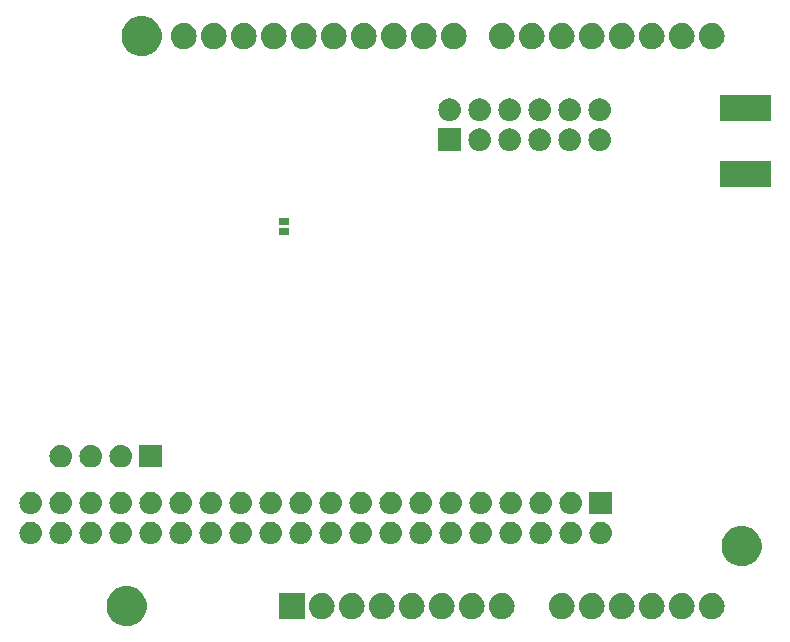
<source format=gbs>
G04 #@! TF.GenerationSoftware,KiCad,Pcbnew,(5.1.2)-2*
G04 #@! TF.CreationDate,2020-02-19T10:12:51-05:00*
G04 #@! TF.ProjectId,LoRaShield2,4c6f5261-5368-4696-956c-64322e6b6963,V2*
G04 #@! TF.SameCoordinates,PX437ae70PY8b896f8*
G04 #@! TF.FileFunction,Soldermask,Bot*
G04 #@! TF.FilePolarity,Negative*
%FSLAX46Y46*%
G04 Gerber Fmt 4.6, Leading zero omitted, Abs format (unit mm)*
G04 Created by KiCad (PCBNEW (5.1.2)-2) date 2020-02-19 10:12:51*
%MOMM*%
%LPD*%
G04 APERTURE LIST*
%ADD10C,0.100000*%
G04 APERTURE END LIST*
D10*
G36*
X14437654Y4335335D02*
G01*
X14601872Y4302670D01*
X14911252Y4174521D01*
X15189687Y3988477D01*
X15426477Y3751687D01*
X15612521Y3473252D01*
X15740670Y3163872D01*
X15806000Y2835435D01*
X15806000Y2500565D01*
X15740670Y2172128D01*
X15612521Y1862748D01*
X15426477Y1584313D01*
X15189687Y1347523D01*
X14911252Y1161479D01*
X14601872Y1033330D01*
X14437654Y1000665D01*
X14273437Y968000D01*
X13938563Y968000D01*
X13774346Y1000665D01*
X13610128Y1033330D01*
X13300748Y1161479D01*
X13022313Y1347523D01*
X12785523Y1584313D01*
X12599479Y1862748D01*
X12471330Y2172128D01*
X12406000Y2500565D01*
X12406000Y2835435D01*
X12471330Y3163872D01*
X12599479Y3473252D01*
X12785523Y3751687D01*
X13022313Y3988477D01*
X13300748Y4174521D01*
X13610128Y4302670D01*
X13774346Y4335335D01*
X13938563Y4368000D01*
X14273437Y4368000D01*
X14437654Y4335335D01*
X14437654Y4335335D01*
G37*
G36*
X63797771Y3757389D02*
G01*
X63851638Y3752084D01*
X63920755Y3731117D01*
X64058990Y3689184D01*
X64250081Y3587044D01*
X64250082Y3587043D01*
X64250084Y3587042D01*
X64417581Y3449581D01*
X64555042Y3282084D01*
X64555044Y3282081D01*
X64657184Y3090990D01*
X64720084Y2883637D01*
X64741322Y2668000D01*
X64720084Y2452363D01*
X64657184Y2245010D01*
X64555044Y2053919D01*
X64555042Y2053916D01*
X64417581Y1886419D01*
X64250084Y1748958D01*
X64250082Y1748957D01*
X64250081Y1748956D01*
X64058990Y1646816D01*
X63920755Y1604883D01*
X63851638Y1583916D01*
X63797771Y1578611D01*
X63690038Y1568000D01*
X63581962Y1568000D01*
X63474229Y1578611D01*
X63420362Y1583916D01*
X63351245Y1604883D01*
X63213010Y1646816D01*
X63021919Y1748956D01*
X63021918Y1748957D01*
X63021916Y1748958D01*
X62854419Y1886419D01*
X62716958Y2053916D01*
X62716956Y2053919D01*
X62614816Y2245010D01*
X62551916Y2452363D01*
X62530678Y2668000D01*
X62551916Y2883637D01*
X62614816Y3090990D01*
X62716956Y3282081D01*
X62716958Y3282084D01*
X62854419Y3449581D01*
X63021916Y3587042D01*
X63021918Y3587043D01*
X63021919Y3587044D01*
X63213010Y3689184D01*
X63351245Y3731117D01*
X63420362Y3752084D01*
X63474229Y3757389D01*
X63581962Y3768000D01*
X63690038Y3768000D01*
X63797771Y3757389D01*
X63797771Y3757389D01*
G37*
G36*
X53637771Y3757389D02*
G01*
X53691638Y3752084D01*
X53760755Y3731117D01*
X53898990Y3689184D01*
X54090081Y3587044D01*
X54090082Y3587043D01*
X54090084Y3587042D01*
X54257581Y3449581D01*
X54395042Y3282084D01*
X54395044Y3282081D01*
X54497184Y3090990D01*
X54560084Y2883637D01*
X54581322Y2668000D01*
X54560084Y2452363D01*
X54497184Y2245010D01*
X54395044Y2053919D01*
X54395042Y2053916D01*
X54257581Y1886419D01*
X54090084Y1748958D01*
X54090082Y1748957D01*
X54090081Y1748956D01*
X53898990Y1646816D01*
X53760755Y1604883D01*
X53691638Y1583916D01*
X53637771Y1578611D01*
X53530038Y1568000D01*
X53421962Y1568000D01*
X53314229Y1578611D01*
X53260362Y1583916D01*
X53191245Y1604883D01*
X53053010Y1646816D01*
X52861919Y1748956D01*
X52861918Y1748957D01*
X52861916Y1748958D01*
X52694419Y1886419D01*
X52556958Y2053916D01*
X52556956Y2053919D01*
X52454816Y2245010D01*
X52391916Y2452363D01*
X52370678Y2668000D01*
X52391916Y2883637D01*
X52454816Y3090990D01*
X52556956Y3282081D01*
X52556958Y3282084D01*
X52694419Y3449581D01*
X52861916Y3587042D01*
X52861918Y3587043D01*
X52861919Y3587044D01*
X53053010Y3689184D01*
X53191245Y3731117D01*
X53260362Y3752084D01*
X53314229Y3757389D01*
X53421962Y3768000D01*
X53530038Y3768000D01*
X53637771Y3757389D01*
X53637771Y3757389D01*
G37*
G36*
X56177771Y3757389D02*
G01*
X56231638Y3752084D01*
X56300755Y3731117D01*
X56438990Y3689184D01*
X56630081Y3587044D01*
X56630082Y3587043D01*
X56630084Y3587042D01*
X56797581Y3449581D01*
X56935042Y3282084D01*
X56935044Y3282081D01*
X57037184Y3090990D01*
X57100084Y2883637D01*
X57121322Y2668000D01*
X57100084Y2452363D01*
X57037184Y2245010D01*
X56935044Y2053919D01*
X56935042Y2053916D01*
X56797581Y1886419D01*
X56630084Y1748958D01*
X56630082Y1748957D01*
X56630081Y1748956D01*
X56438990Y1646816D01*
X56300755Y1604883D01*
X56231638Y1583916D01*
X56177771Y1578611D01*
X56070038Y1568000D01*
X55961962Y1568000D01*
X55854229Y1578611D01*
X55800362Y1583916D01*
X55731245Y1604883D01*
X55593010Y1646816D01*
X55401919Y1748956D01*
X55401918Y1748957D01*
X55401916Y1748958D01*
X55234419Y1886419D01*
X55096958Y2053916D01*
X55096956Y2053919D01*
X54994816Y2245010D01*
X54931916Y2452363D01*
X54910678Y2668000D01*
X54931916Y2883637D01*
X54994816Y3090990D01*
X55096956Y3282081D01*
X55096958Y3282084D01*
X55234419Y3449581D01*
X55401916Y3587042D01*
X55401918Y3587043D01*
X55401919Y3587044D01*
X55593010Y3689184D01*
X55731245Y3731117D01*
X55800362Y3752084D01*
X55854229Y3757389D01*
X55961962Y3768000D01*
X56070038Y3768000D01*
X56177771Y3757389D01*
X56177771Y3757389D01*
G37*
G36*
X51097771Y3757389D02*
G01*
X51151638Y3752084D01*
X51220755Y3731117D01*
X51358990Y3689184D01*
X51550081Y3587044D01*
X51550082Y3587043D01*
X51550084Y3587042D01*
X51717581Y3449581D01*
X51855042Y3282084D01*
X51855044Y3282081D01*
X51957184Y3090990D01*
X52020084Y2883637D01*
X52041322Y2668000D01*
X52020084Y2452363D01*
X51957184Y2245010D01*
X51855044Y2053919D01*
X51855042Y2053916D01*
X51717581Y1886419D01*
X51550084Y1748958D01*
X51550082Y1748957D01*
X51550081Y1748956D01*
X51358990Y1646816D01*
X51220755Y1604883D01*
X51151638Y1583916D01*
X51097771Y1578611D01*
X50990038Y1568000D01*
X50881962Y1568000D01*
X50774229Y1578611D01*
X50720362Y1583916D01*
X50651245Y1604883D01*
X50513010Y1646816D01*
X50321919Y1748956D01*
X50321918Y1748957D01*
X50321916Y1748958D01*
X50154419Y1886419D01*
X50016958Y2053916D01*
X50016956Y2053919D01*
X49914816Y2245010D01*
X49851916Y2452363D01*
X49830678Y2668000D01*
X49851916Y2883637D01*
X49914816Y3090990D01*
X50016956Y3282081D01*
X50016958Y3282084D01*
X50154419Y3449581D01*
X50321916Y3587042D01*
X50321918Y3587043D01*
X50321919Y3587044D01*
X50513010Y3689184D01*
X50651245Y3731117D01*
X50720362Y3752084D01*
X50774229Y3757389D01*
X50881962Y3768000D01*
X50990038Y3768000D01*
X51097771Y3757389D01*
X51097771Y3757389D01*
G37*
G36*
X58717771Y3757389D02*
G01*
X58771638Y3752084D01*
X58840755Y3731117D01*
X58978990Y3689184D01*
X59170081Y3587044D01*
X59170082Y3587043D01*
X59170084Y3587042D01*
X59337581Y3449581D01*
X59475042Y3282084D01*
X59475044Y3282081D01*
X59577184Y3090990D01*
X59640084Y2883637D01*
X59661322Y2668000D01*
X59640084Y2452363D01*
X59577184Y2245010D01*
X59475044Y2053919D01*
X59475042Y2053916D01*
X59337581Y1886419D01*
X59170084Y1748958D01*
X59170082Y1748957D01*
X59170081Y1748956D01*
X58978990Y1646816D01*
X58840755Y1604883D01*
X58771638Y1583916D01*
X58717771Y1578611D01*
X58610038Y1568000D01*
X58501962Y1568000D01*
X58394229Y1578611D01*
X58340362Y1583916D01*
X58271245Y1604883D01*
X58133010Y1646816D01*
X57941919Y1748956D01*
X57941918Y1748957D01*
X57941916Y1748958D01*
X57774419Y1886419D01*
X57636958Y2053916D01*
X57636956Y2053919D01*
X57534816Y2245010D01*
X57471916Y2452363D01*
X57450678Y2668000D01*
X57471916Y2883637D01*
X57534816Y3090990D01*
X57636956Y3282081D01*
X57636958Y3282084D01*
X57774419Y3449581D01*
X57941916Y3587042D01*
X57941918Y3587043D01*
X57941919Y3587044D01*
X58133010Y3689184D01*
X58271245Y3731117D01*
X58340362Y3752084D01*
X58394229Y3757389D01*
X58501962Y3768000D01*
X58610038Y3768000D01*
X58717771Y3757389D01*
X58717771Y3757389D01*
G37*
G36*
X46017771Y3757389D02*
G01*
X46071638Y3752084D01*
X46140755Y3731117D01*
X46278990Y3689184D01*
X46470081Y3587044D01*
X46470082Y3587043D01*
X46470084Y3587042D01*
X46637581Y3449581D01*
X46775042Y3282084D01*
X46775044Y3282081D01*
X46877184Y3090990D01*
X46940084Y2883637D01*
X46961322Y2668000D01*
X46940084Y2452363D01*
X46877184Y2245010D01*
X46775044Y2053919D01*
X46775042Y2053916D01*
X46637581Y1886419D01*
X46470084Y1748958D01*
X46470082Y1748957D01*
X46470081Y1748956D01*
X46278990Y1646816D01*
X46140755Y1604883D01*
X46071638Y1583916D01*
X46017771Y1578611D01*
X45910038Y1568000D01*
X45801962Y1568000D01*
X45694229Y1578611D01*
X45640362Y1583916D01*
X45571245Y1604883D01*
X45433010Y1646816D01*
X45241919Y1748956D01*
X45241918Y1748957D01*
X45241916Y1748958D01*
X45074419Y1886419D01*
X44936958Y2053916D01*
X44936956Y2053919D01*
X44834816Y2245010D01*
X44771916Y2452363D01*
X44750678Y2668000D01*
X44771916Y2883637D01*
X44834816Y3090990D01*
X44936956Y3282081D01*
X44936958Y3282084D01*
X45074419Y3449581D01*
X45241916Y3587042D01*
X45241918Y3587043D01*
X45241919Y3587044D01*
X45433010Y3689184D01*
X45571245Y3731117D01*
X45640362Y3752084D01*
X45694229Y3757389D01*
X45801962Y3768000D01*
X45910038Y3768000D01*
X46017771Y3757389D01*
X46017771Y3757389D01*
G37*
G36*
X61257771Y3757389D02*
G01*
X61311638Y3752084D01*
X61380755Y3731117D01*
X61518990Y3689184D01*
X61710081Y3587044D01*
X61710082Y3587043D01*
X61710084Y3587042D01*
X61877581Y3449581D01*
X62015042Y3282084D01*
X62015044Y3282081D01*
X62117184Y3090990D01*
X62180084Y2883637D01*
X62201322Y2668000D01*
X62180084Y2452363D01*
X62117184Y2245010D01*
X62015044Y2053919D01*
X62015042Y2053916D01*
X61877581Y1886419D01*
X61710084Y1748958D01*
X61710082Y1748957D01*
X61710081Y1748956D01*
X61518990Y1646816D01*
X61380755Y1604883D01*
X61311638Y1583916D01*
X61257771Y1578611D01*
X61150038Y1568000D01*
X61041962Y1568000D01*
X60934229Y1578611D01*
X60880362Y1583916D01*
X60811245Y1604883D01*
X60673010Y1646816D01*
X60481919Y1748956D01*
X60481918Y1748957D01*
X60481916Y1748958D01*
X60314419Y1886419D01*
X60176958Y2053916D01*
X60176956Y2053919D01*
X60074816Y2245010D01*
X60011916Y2452363D01*
X59990678Y2668000D01*
X60011916Y2883637D01*
X60074816Y3090990D01*
X60176956Y3282081D01*
X60176958Y3282084D01*
X60314419Y3449581D01*
X60481916Y3587042D01*
X60481918Y3587043D01*
X60481919Y3587044D01*
X60673010Y3689184D01*
X60811245Y3731117D01*
X60880362Y3752084D01*
X60934229Y3757389D01*
X61041962Y3768000D01*
X61150038Y3768000D01*
X61257771Y3757389D01*
X61257771Y3757389D01*
G37*
G36*
X40937771Y3757389D02*
G01*
X40991638Y3752084D01*
X41060755Y3731117D01*
X41198990Y3689184D01*
X41390081Y3587044D01*
X41390082Y3587043D01*
X41390084Y3587042D01*
X41557581Y3449581D01*
X41695042Y3282084D01*
X41695044Y3282081D01*
X41797184Y3090990D01*
X41860084Y2883637D01*
X41881322Y2668000D01*
X41860084Y2452363D01*
X41797184Y2245010D01*
X41695044Y2053919D01*
X41695042Y2053916D01*
X41557581Y1886419D01*
X41390084Y1748958D01*
X41390082Y1748957D01*
X41390081Y1748956D01*
X41198990Y1646816D01*
X41060755Y1604883D01*
X40991638Y1583916D01*
X40937771Y1578611D01*
X40830038Y1568000D01*
X40721962Y1568000D01*
X40614229Y1578611D01*
X40560362Y1583916D01*
X40491245Y1604883D01*
X40353010Y1646816D01*
X40161919Y1748956D01*
X40161918Y1748957D01*
X40161916Y1748958D01*
X39994419Y1886419D01*
X39856958Y2053916D01*
X39856956Y2053919D01*
X39754816Y2245010D01*
X39691916Y2452363D01*
X39670678Y2668000D01*
X39691916Y2883637D01*
X39754816Y3090990D01*
X39856956Y3282081D01*
X39856958Y3282084D01*
X39994419Y3449581D01*
X40161916Y3587042D01*
X40161918Y3587043D01*
X40161919Y3587044D01*
X40353010Y3689184D01*
X40491245Y3731117D01*
X40560362Y3752084D01*
X40614229Y3757389D01*
X40721962Y3768000D01*
X40830038Y3768000D01*
X40937771Y3757389D01*
X40937771Y3757389D01*
G37*
G36*
X38397771Y3757389D02*
G01*
X38451638Y3752084D01*
X38520755Y3731117D01*
X38658990Y3689184D01*
X38850081Y3587044D01*
X38850082Y3587043D01*
X38850084Y3587042D01*
X39017581Y3449581D01*
X39155042Y3282084D01*
X39155044Y3282081D01*
X39257184Y3090990D01*
X39320084Y2883637D01*
X39341322Y2668000D01*
X39320084Y2452363D01*
X39257184Y2245010D01*
X39155044Y2053919D01*
X39155042Y2053916D01*
X39017581Y1886419D01*
X38850084Y1748958D01*
X38850082Y1748957D01*
X38850081Y1748956D01*
X38658990Y1646816D01*
X38520755Y1604883D01*
X38451638Y1583916D01*
X38397771Y1578611D01*
X38290038Y1568000D01*
X38181962Y1568000D01*
X38074229Y1578611D01*
X38020362Y1583916D01*
X37951245Y1604883D01*
X37813010Y1646816D01*
X37621919Y1748956D01*
X37621918Y1748957D01*
X37621916Y1748958D01*
X37454419Y1886419D01*
X37316958Y2053916D01*
X37316956Y2053919D01*
X37214816Y2245010D01*
X37151916Y2452363D01*
X37130678Y2668000D01*
X37151916Y2883637D01*
X37214816Y3090990D01*
X37316956Y3282081D01*
X37316958Y3282084D01*
X37454419Y3449581D01*
X37621916Y3587042D01*
X37621918Y3587043D01*
X37621919Y3587044D01*
X37813010Y3689184D01*
X37951245Y3731117D01*
X38020362Y3752084D01*
X38074229Y3757389D01*
X38181962Y3768000D01*
X38290038Y3768000D01*
X38397771Y3757389D01*
X38397771Y3757389D01*
G37*
G36*
X35857771Y3757389D02*
G01*
X35911638Y3752084D01*
X35980755Y3731117D01*
X36118990Y3689184D01*
X36310081Y3587044D01*
X36310082Y3587043D01*
X36310084Y3587042D01*
X36477581Y3449581D01*
X36615042Y3282084D01*
X36615044Y3282081D01*
X36717184Y3090990D01*
X36780084Y2883637D01*
X36801322Y2668000D01*
X36780084Y2452363D01*
X36717184Y2245010D01*
X36615044Y2053919D01*
X36615042Y2053916D01*
X36477581Y1886419D01*
X36310084Y1748958D01*
X36310082Y1748957D01*
X36310081Y1748956D01*
X36118990Y1646816D01*
X35980755Y1604883D01*
X35911638Y1583916D01*
X35857771Y1578611D01*
X35750038Y1568000D01*
X35641962Y1568000D01*
X35534229Y1578611D01*
X35480362Y1583916D01*
X35411245Y1604883D01*
X35273010Y1646816D01*
X35081919Y1748956D01*
X35081918Y1748957D01*
X35081916Y1748958D01*
X34914419Y1886419D01*
X34776958Y2053916D01*
X34776956Y2053919D01*
X34674816Y2245010D01*
X34611916Y2452363D01*
X34590678Y2668000D01*
X34611916Y2883637D01*
X34674816Y3090990D01*
X34776956Y3282081D01*
X34776958Y3282084D01*
X34914419Y3449581D01*
X35081916Y3587042D01*
X35081918Y3587043D01*
X35081919Y3587044D01*
X35273010Y3689184D01*
X35411245Y3731117D01*
X35480362Y3752084D01*
X35534229Y3757389D01*
X35641962Y3768000D01*
X35750038Y3768000D01*
X35857771Y3757389D01*
X35857771Y3757389D01*
G37*
G36*
X33317771Y3757389D02*
G01*
X33371638Y3752084D01*
X33440755Y3731117D01*
X33578990Y3689184D01*
X33770081Y3587044D01*
X33770082Y3587043D01*
X33770084Y3587042D01*
X33937581Y3449581D01*
X34075042Y3282084D01*
X34075044Y3282081D01*
X34177184Y3090990D01*
X34240084Y2883637D01*
X34261322Y2668000D01*
X34240084Y2452363D01*
X34177184Y2245010D01*
X34075044Y2053919D01*
X34075042Y2053916D01*
X33937581Y1886419D01*
X33770084Y1748958D01*
X33770082Y1748957D01*
X33770081Y1748956D01*
X33578990Y1646816D01*
X33440755Y1604883D01*
X33371638Y1583916D01*
X33317771Y1578611D01*
X33210038Y1568000D01*
X33101962Y1568000D01*
X32994229Y1578611D01*
X32940362Y1583916D01*
X32871245Y1604883D01*
X32733010Y1646816D01*
X32541919Y1748956D01*
X32541918Y1748957D01*
X32541916Y1748958D01*
X32374419Y1886419D01*
X32236958Y2053916D01*
X32236956Y2053919D01*
X32134816Y2245010D01*
X32071916Y2452363D01*
X32050678Y2668000D01*
X32071916Y2883637D01*
X32134816Y3090990D01*
X32236956Y3282081D01*
X32236958Y3282084D01*
X32374419Y3449581D01*
X32541916Y3587042D01*
X32541918Y3587043D01*
X32541919Y3587044D01*
X32733010Y3689184D01*
X32871245Y3731117D01*
X32940362Y3752084D01*
X32994229Y3757389D01*
X33101962Y3768000D01*
X33210038Y3768000D01*
X33317771Y3757389D01*
X33317771Y3757389D01*
G37*
G36*
X30777771Y3757389D02*
G01*
X30831638Y3752084D01*
X30900755Y3731117D01*
X31038990Y3689184D01*
X31230081Y3587044D01*
X31230082Y3587043D01*
X31230084Y3587042D01*
X31397581Y3449581D01*
X31535042Y3282084D01*
X31535044Y3282081D01*
X31637184Y3090990D01*
X31700084Y2883637D01*
X31721322Y2668000D01*
X31700084Y2452363D01*
X31637184Y2245010D01*
X31535044Y2053919D01*
X31535042Y2053916D01*
X31397581Y1886419D01*
X31230084Y1748958D01*
X31230082Y1748957D01*
X31230081Y1748956D01*
X31038990Y1646816D01*
X30900755Y1604883D01*
X30831638Y1583916D01*
X30777771Y1578611D01*
X30670038Y1568000D01*
X30561962Y1568000D01*
X30454229Y1578611D01*
X30400362Y1583916D01*
X30331245Y1604883D01*
X30193010Y1646816D01*
X30001919Y1748956D01*
X30001918Y1748957D01*
X30001916Y1748958D01*
X29834419Y1886419D01*
X29696958Y2053916D01*
X29696956Y2053919D01*
X29594816Y2245010D01*
X29531916Y2452363D01*
X29510678Y2668000D01*
X29531916Y2883637D01*
X29594816Y3090990D01*
X29696956Y3282081D01*
X29696958Y3282084D01*
X29834419Y3449581D01*
X30001916Y3587042D01*
X30001918Y3587043D01*
X30001919Y3587044D01*
X30193010Y3689184D01*
X30331245Y3731117D01*
X30400362Y3752084D01*
X30454229Y3757389D01*
X30561962Y3768000D01*
X30670038Y3768000D01*
X30777771Y3757389D01*
X30777771Y3757389D01*
G37*
G36*
X29176000Y1568000D02*
G01*
X26976000Y1568000D01*
X26976000Y3768000D01*
X29176000Y3768000D01*
X29176000Y1568000D01*
X29176000Y1568000D01*
G37*
G36*
X43477771Y3757389D02*
G01*
X43531638Y3752084D01*
X43600755Y3731117D01*
X43738990Y3689184D01*
X43930081Y3587044D01*
X43930082Y3587043D01*
X43930084Y3587042D01*
X44097581Y3449581D01*
X44235042Y3282084D01*
X44235044Y3282081D01*
X44337184Y3090990D01*
X44400084Y2883637D01*
X44421322Y2668000D01*
X44400084Y2452363D01*
X44337184Y2245010D01*
X44235044Y2053919D01*
X44235042Y2053916D01*
X44097581Y1886419D01*
X43930084Y1748958D01*
X43930082Y1748957D01*
X43930081Y1748956D01*
X43738990Y1646816D01*
X43600755Y1604883D01*
X43531638Y1583916D01*
X43477771Y1578611D01*
X43370038Y1568000D01*
X43261962Y1568000D01*
X43154229Y1578611D01*
X43100362Y1583916D01*
X43031245Y1604883D01*
X42893010Y1646816D01*
X42701919Y1748956D01*
X42701918Y1748957D01*
X42701916Y1748958D01*
X42534419Y1886419D01*
X42396958Y2053916D01*
X42396956Y2053919D01*
X42294816Y2245010D01*
X42231916Y2452363D01*
X42210678Y2668000D01*
X42231916Y2883637D01*
X42294816Y3090990D01*
X42396956Y3282081D01*
X42396958Y3282084D01*
X42534419Y3449581D01*
X42701916Y3587042D01*
X42701918Y3587043D01*
X42701919Y3587044D01*
X42893010Y3689184D01*
X43031245Y3731117D01*
X43100362Y3752084D01*
X43154229Y3757389D01*
X43261962Y3768000D01*
X43370038Y3768000D01*
X43477771Y3757389D01*
X43477771Y3757389D01*
G37*
G36*
X66507653Y9415335D02*
G01*
X66671872Y9382670D01*
X66981252Y9254521D01*
X67259687Y9068477D01*
X67496477Y8831687D01*
X67682521Y8553252D01*
X67810670Y8243872D01*
X67843335Y8079654D01*
X67863542Y7978069D01*
X67876000Y7915435D01*
X67876000Y7580565D01*
X67810670Y7252128D01*
X67682521Y6942748D01*
X67496477Y6664313D01*
X67259687Y6427523D01*
X66981252Y6241479D01*
X66671872Y6113330D01*
X66507653Y6080665D01*
X66343437Y6048000D01*
X66008563Y6048000D01*
X65844347Y6080665D01*
X65680128Y6113330D01*
X65370748Y6241479D01*
X65092313Y6427523D01*
X64855523Y6664313D01*
X64669479Y6942748D01*
X64541330Y7252128D01*
X64476000Y7580565D01*
X64476000Y7915435D01*
X64488459Y7978069D01*
X64508665Y8079654D01*
X64541330Y8243872D01*
X64669479Y8553252D01*
X64855523Y8831687D01*
X65092313Y9068477D01*
X65370748Y9254521D01*
X65680128Y9382670D01*
X65844347Y9415335D01*
X66008563Y9448000D01*
X66343437Y9448000D01*
X66507653Y9415335D01*
X66507653Y9415335D01*
G37*
G36*
X29028232Y9796254D02*
G01*
X29207308Y9741932D01*
X29289826Y9697825D01*
X29372344Y9653719D01*
X29517001Y9535001D01*
X29635719Y9390344D01*
X29679825Y9307826D01*
X29723932Y9225308D01*
X29778254Y9046232D01*
X29796596Y8860000D01*
X29778254Y8673768D01*
X29723932Y8494692D01*
X29723931Y8494691D01*
X29635719Y8329656D01*
X29517001Y8184999D01*
X29372344Y8066281D01*
X29289827Y8022175D01*
X29207308Y7978068D01*
X29028232Y7923746D01*
X28888666Y7910000D01*
X28795334Y7910000D01*
X28655768Y7923746D01*
X28476692Y7978068D01*
X28394173Y8022175D01*
X28311656Y8066281D01*
X28166999Y8184999D01*
X28048281Y8329656D01*
X27960069Y8494691D01*
X27960068Y8494692D01*
X27905746Y8673768D01*
X27887404Y8860000D01*
X27905746Y9046232D01*
X27960068Y9225308D01*
X28004175Y9307827D01*
X28048281Y9390344D01*
X28166999Y9535001D01*
X28311656Y9653719D01*
X28394174Y9697825D01*
X28476692Y9741932D01*
X28655768Y9796254D01*
X28795334Y9810000D01*
X28888666Y9810000D01*
X29028232Y9796254D01*
X29028232Y9796254D01*
G37*
G36*
X31568232Y9796254D02*
G01*
X31747308Y9741932D01*
X31829826Y9697825D01*
X31912344Y9653719D01*
X32057001Y9535001D01*
X32175719Y9390344D01*
X32219825Y9307826D01*
X32263932Y9225308D01*
X32318254Y9046232D01*
X32336596Y8860000D01*
X32318254Y8673768D01*
X32263932Y8494692D01*
X32263931Y8494691D01*
X32175719Y8329656D01*
X32057001Y8184999D01*
X31912344Y8066281D01*
X31829827Y8022175D01*
X31747308Y7978068D01*
X31568232Y7923746D01*
X31428666Y7910000D01*
X31335334Y7910000D01*
X31195768Y7923746D01*
X31016692Y7978068D01*
X30934173Y8022175D01*
X30851656Y8066281D01*
X30706999Y8184999D01*
X30588281Y8329656D01*
X30500069Y8494691D01*
X30500068Y8494692D01*
X30445746Y8673768D01*
X30427404Y8860000D01*
X30445746Y9046232D01*
X30500068Y9225308D01*
X30544175Y9307827D01*
X30588281Y9390344D01*
X30706999Y9535001D01*
X30851656Y9653719D01*
X30934174Y9697825D01*
X31016692Y9741932D01*
X31195768Y9796254D01*
X31335334Y9810000D01*
X31428666Y9810000D01*
X31568232Y9796254D01*
X31568232Y9796254D01*
G37*
G36*
X34108232Y9796254D02*
G01*
X34287308Y9741932D01*
X34369826Y9697825D01*
X34452344Y9653719D01*
X34597001Y9535001D01*
X34715719Y9390344D01*
X34759825Y9307826D01*
X34803932Y9225308D01*
X34858254Y9046232D01*
X34876596Y8860000D01*
X34858254Y8673768D01*
X34803932Y8494692D01*
X34803931Y8494691D01*
X34715719Y8329656D01*
X34597001Y8184999D01*
X34452344Y8066281D01*
X34369827Y8022175D01*
X34287308Y7978068D01*
X34108232Y7923746D01*
X33968666Y7910000D01*
X33875334Y7910000D01*
X33735768Y7923746D01*
X33556692Y7978068D01*
X33474173Y8022175D01*
X33391656Y8066281D01*
X33246999Y8184999D01*
X33128281Y8329656D01*
X33040069Y8494691D01*
X33040068Y8494692D01*
X32985746Y8673768D01*
X32967404Y8860000D01*
X32985746Y9046232D01*
X33040068Y9225308D01*
X33084175Y9307827D01*
X33128281Y9390344D01*
X33246999Y9535001D01*
X33391656Y9653719D01*
X33474174Y9697825D01*
X33556692Y9741932D01*
X33735768Y9796254D01*
X33875334Y9810000D01*
X33968666Y9810000D01*
X34108232Y9796254D01*
X34108232Y9796254D01*
G37*
G36*
X36648232Y9796254D02*
G01*
X36827308Y9741932D01*
X36909826Y9697825D01*
X36992344Y9653719D01*
X37137001Y9535001D01*
X37255719Y9390344D01*
X37299825Y9307826D01*
X37343932Y9225308D01*
X37398254Y9046232D01*
X37416596Y8860000D01*
X37398254Y8673768D01*
X37343932Y8494692D01*
X37343931Y8494691D01*
X37255719Y8329656D01*
X37137001Y8184999D01*
X36992344Y8066281D01*
X36909827Y8022175D01*
X36827308Y7978068D01*
X36648232Y7923746D01*
X36508666Y7910000D01*
X36415334Y7910000D01*
X36275768Y7923746D01*
X36096692Y7978068D01*
X36014173Y8022175D01*
X35931656Y8066281D01*
X35786999Y8184999D01*
X35668281Y8329656D01*
X35580069Y8494691D01*
X35580068Y8494692D01*
X35525746Y8673768D01*
X35507404Y8860000D01*
X35525746Y9046232D01*
X35580068Y9225308D01*
X35624175Y9307827D01*
X35668281Y9390344D01*
X35786999Y9535001D01*
X35931656Y9653719D01*
X36014174Y9697825D01*
X36096692Y9741932D01*
X36275768Y9796254D01*
X36415334Y9810000D01*
X36508666Y9810000D01*
X36648232Y9796254D01*
X36648232Y9796254D01*
G37*
G36*
X39188232Y9796254D02*
G01*
X39367308Y9741932D01*
X39449826Y9697825D01*
X39532344Y9653719D01*
X39677001Y9535001D01*
X39795719Y9390344D01*
X39839825Y9307826D01*
X39883932Y9225308D01*
X39938254Y9046232D01*
X39956596Y8860000D01*
X39938254Y8673768D01*
X39883932Y8494692D01*
X39883931Y8494691D01*
X39795719Y8329656D01*
X39677001Y8184999D01*
X39532344Y8066281D01*
X39449827Y8022175D01*
X39367308Y7978068D01*
X39188232Y7923746D01*
X39048666Y7910000D01*
X38955334Y7910000D01*
X38815768Y7923746D01*
X38636692Y7978068D01*
X38554173Y8022175D01*
X38471656Y8066281D01*
X38326999Y8184999D01*
X38208281Y8329656D01*
X38120069Y8494691D01*
X38120068Y8494692D01*
X38065746Y8673768D01*
X38047404Y8860000D01*
X38065746Y9046232D01*
X38120068Y9225308D01*
X38164175Y9307827D01*
X38208281Y9390344D01*
X38326999Y9535001D01*
X38471656Y9653719D01*
X38554174Y9697825D01*
X38636692Y9741932D01*
X38815768Y9796254D01*
X38955334Y9810000D01*
X39048666Y9810000D01*
X39188232Y9796254D01*
X39188232Y9796254D01*
G37*
G36*
X41728232Y9796254D02*
G01*
X41907308Y9741932D01*
X41989826Y9697825D01*
X42072344Y9653719D01*
X42217001Y9535001D01*
X42335719Y9390344D01*
X42379825Y9307826D01*
X42423932Y9225308D01*
X42478254Y9046232D01*
X42496596Y8860000D01*
X42478254Y8673768D01*
X42423932Y8494692D01*
X42423931Y8494691D01*
X42335719Y8329656D01*
X42217001Y8184999D01*
X42072344Y8066281D01*
X41989827Y8022175D01*
X41907308Y7978068D01*
X41728232Y7923746D01*
X41588666Y7910000D01*
X41495334Y7910000D01*
X41355768Y7923746D01*
X41176692Y7978068D01*
X41094173Y8022175D01*
X41011656Y8066281D01*
X40866999Y8184999D01*
X40748281Y8329656D01*
X40660069Y8494691D01*
X40660068Y8494692D01*
X40605746Y8673768D01*
X40587404Y8860000D01*
X40605746Y9046232D01*
X40660068Y9225308D01*
X40704175Y9307827D01*
X40748281Y9390344D01*
X40866999Y9535001D01*
X41011656Y9653719D01*
X41094174Y9697825D01*
X41176692Y9741932D01*
X41355768Y9796254D01*
X41495334Y9810000D01*
X41588666Y9810000D01*
X41728232Y9796254D01*
X41728232Y9796254D01*
G37*
G36*
X44268232Y9796254D02*
G01*
X44447308Y9741932D01*
X44529826Y9697825D01*
X44612344Y9653719D01*
X44757001Y9535001D01*
X44875719Y9390344D01*
X44919825Y9307826D01*
X44963932Y9225308D01*
X45018254Y9046232D01*
X45036596Y8860000D01*
X45018254Y8673768D01*
X44963932Y8494692D01*
X44963931Y8494691D01*
X44875719Y8329656D01*
X44757001Y8184999D01*
X44612344Y8066281D01*
X44529827Y8022175D01*
X44447308Y7978068D01*
X44268232Y7923746D01*
X44128666Y7910000D01*
X44035334Y7910000D01*
X43895768Y7923746D01*
X43716692Y7978068D01*
X43634173Y8022175D01*
X43551656Y8066281D01*
X43406999Y8184999D01*
X43288281Y8329656D01*
X43200069Y8494691D01*
X43200068Y8494692D01*
X43145746Y8673768D01*
X43127404Y8860000D01*
X43145746Y9046232D01*
X43200068Y9225308D01*
X43244175Y9307827D01*
X43288281Y9390344D01*
X43406999Y9535001D01*
X43551656Y9653719D01*
X43634174Y9697825D01*
X43716692Y9741932D01*
X43895768Y9796254D01*
X44035334Y9810000D01*
X44128666Y9810000D01*
X44268232Y9796254D01*
X44268232Y9796254D01*
G37*
G36*
X46808232Y9796254D02*
G01*
X46987308Y9741932D01*
X47069826Y9697825D01*
X47152344Y9653719D01*
X47297001Y9535001D01*
X47415719Y9390344D01*
X47459825Y9307826D01*
X47503932Y9225308D01*
X47558254Y9046232D01*
X47576596Y8860000D01*
X47558254Y8673768D01*
X47503932Y8494692D01*
X47503931Y8494691D01*
X47415719Y8329656D01*
X47297001Y8184999D01*
X47152344Y8066281D01*
X47069827Y8022175D01*
X46987308Y7978068D01*
X46808232Y7923746D01*
X46668666Y7910000D01*
X46575334Y7910000D01*
X46435768Y7923746D01*
X46256692Y7978068D01*
X46174173Y8022175D01*
X46091656Y8066281D01*
X45946999Y8184999D01*
X45828281Y8329656D01*
X45740069Y8494691D01*
X45740068Y8494692D01*
X45685746Y8673768D01*
X45667404Y8860000D01*
X45685746Y9046232D01*
X45740068Y9225308D01*
X45784175Y9307827D01*
X45828281Y9390344D01*
X45946999Y9535001D01*
X46091656Y9653719D01*
X46174174Y9697825D01*
X46256692Y9741932D01*
X46435768Y9796254D01*
X46575334Y9810000D01*
X46668666Y9810000D01*
X46808232Y9796254D01*
X46808232Y9796254D01*
G37*
G36*
X51888232Y9796254D02*
G01*
X52067308Y9741932D01*
X52149826Y9697825D01*
X52232344Y9653719D01*
X52377001Y9535001D01*
X52495719Y9390344D01*
X52539825Y9307826D01*
X52583932Y9225308D01*
X52638254Y9046232D01*
X52656596Y8860000D01*
X52638254Y8673768D01*
X52583932Y8494692D01*
X52583931Y8494691D01*
X52495719Y8329656D01*
X52377001Y8184999D01*
X52232344Y8066281D01*
X52149827Y8022175D01*
X52067308Y7978068D01*
X51888232Y7923746D01*
X51748666Y7910000D01*
X51655334Y7910000D01*
X51515768Y7923746D01*
X51336692Y7978068D01*
X51254173Y8022175D01*
X51171656Y8066281D01*
X51026999Y8184999D01*
X50908281Y8329656D01*
X50820069Y8494691D01*
X50820068Y8494692D01*
X50765746Y8673768D01*
X50747404Y8860000D01*
X50765746Y9046232D01*
X50820068Y9225308D01*
X50864175Y9307827D01*
X50908281Y9390344D01*
X51026999Y9535001D01*
X51171656Y9653719D01*
X51254174Y9697825D01*
X51336692Y9741932D01*
X51515768Y9796254D01*
X51655334Y9810000D01*
X51748666Y9810000D01*
X51888232Y9796254D01*
X51888232Y9796254D01*
G37*
G36*
X18868232Y9796254D02*
G01*
X19047308Y9741932D01*
X19129826Y9697825D01*
X19212344Y9653719D01*
X19357001Y9535001D01*
X19475719Y9390344D01*
X19519825Y9307826D01*
X19563932Y9225308D01*
X19618254Y9046232D01*
X19636596Y8860000D01*
X19618254Y8673768D01*
X19563932Y8494692D01*
X19563931Y8494691D01*
X19475719Y8329656D01*
X19357001Y8184999D01*
X19212344Y8066281D01*
X19129827Y8022175D01*
X19047308Y7978068D01*
X18868232Y7923746D01*
X18728666Y7910000D01*
X18635334Y7910000D01*
X18495768Y7923746D01*
X18316692Y7978068D01*
X18234173Y8022175D01*
X18151656Y8066281D01*
X18006999Y8184999D01*
X17888281Y8329656D01*
X17800069Y8494691D01*
X17800068Y8494692D01*
X17745746Y8673768D01*
X17727404Y8860000D01*
X17745746Y9046232D01*
X17800068Y9225308D01*
X17844175Y9307827D01*
X17888281Y9390344D01*
X18006999Y9535001D01*
X18151656Y9653719D01*
X18234174Y9697825D01*
X18316692Y9741932D01*
X18495768Y9796254D01*
X18635334Y9810000D01*
X18728666Y9810000D01*
X18868232Y9796254D01*
X18868232Y9796254D01*
G37*
G36*
X23948232Y9796254D02*
G01*
X24127308Y9741932D01*
X24209826Y9697825D01*
X24292344Y9653719D01*
X24437001Y9535001D01*
X24555719Y9390344D01*
X24599825Y9307826D01*
X24643932Y9225308D01*
X24698254Y9046232D01*
X24716596Y8860000D01*
X24698254Y8673768D01*
X24643932Y8494692D01*
X24643931Y8494691D01*
X24555719Y8329656D01*
X24437001Y8184999D01*
X24292344Y8066281D01*
X24209827Y8022175D01*
X24127308Y7978068D01*
X23948232Y7923746D01*
X23808666Y7910000D01*
X23715334Y7910000D01*
X23575768Y7923746D01*
X23396692Y7978068D01*
X23314173Y8022175D01*
X23231656Y8066281D01*
X23086999Y8184999D01*
X22968281Y8329656D01*
X22880069Y8494691D01*
X22880068Y8494692D01*
X22825746Y8673768D01*
X22807404Y8860000D01*
X22825746Y9046232D01*
X22880068Y9225308D01*
X22924175Y9307827D01*
X22968281Y9390344D01*
X23086999Y9535001D01*
X23231656Y9653719D01*
X23314174Y9697825D01*
X23396692Y9741932D01*
X23575768Y9796254D01*
X23715334Y9810000D01*
X23808666Y9810000D01*
X23948232Y9796254D01*
X23948232Y9796254D01*
G37*
G36*
X21408232Y9796254D02*
G01*
X21587308Y9741932D01*
X21669826Y9697825D01*
X21752344Y9653719D01*
X21897001Y9535001D01*
X22015719Y9390344D01*
X22059825Y9307826D01*
X22103932Y9225308D01*
X22158254Y9046232D01*
X22176596Y8860000D01*
X22158254Y8673768D01*
X22103932Y8494692D01*
X22103931Y8494691D01*
X22015719Y8329656D01*
X21897001Y8184999D01*
X21752344Y8066281D01*
X21669827Y8022175D01*
X21587308Y7978068D01*
X21408232Y7923746D01*
X21268666Y7910000D01*
X21175334Y7910000D01*
X21035768Y7923746D01*
X20856692Y7978068D01*
X20774173Y8022175D01*
X20691656Y8066281D01*
X20546999Y8184999D01*
X20428281Y8329656D01*
X20340069Y8494691D01*
X20340068Y8494692D01*
X20285746Y8673768D01*
X20267404Y8860000D01*
X20285746Y9046232D01*
X20340068Y9225308D01*
X20384175Y9307827D01*
X20428281Y9390344D01*
X20546999Y9535001D01*
X20691656Y9653719D01*
X20774174Y9697825D01*
X20856692Y9741932D01*
X21035768Y9796254D01*
X21175334Y9810000D01*
X21268666Y9810000D01*
X21408232Y9796254D01*
X21408232Y9796254D01*
G37*
G36*
X26488232Y9796254D02*
G01*
X26667308Y9741932D01*
X26749826Y9697825D01*
X26832344Y9653719D01*
X26977001Y9535001D01*
X27095719Y9390344D01*
X27139825Y9307826D01*
X27183932Y9225308D01*
X27238254Y9046232D01*
X27256596Y8860000D01*
X27238254Y8673768D01*
X27183932Y8494692D01*
X27183931Y8494691D01*
X27095719Y8329656D01*
X26977001Y8184999D01*
X26832344Y8066281D01*
X26749827Y8022175D01*
X26667308Y7978068D01*
X26488232Y7923746D01*
X26348666Y7910000D01*
X26255334Y7910000D01*
X26115768Y7923746D01*
X25936692Y7978068D01*
X25854173Y8022175D01*
X25771656Y8066281D01*
X25626999Y8184999D01*
X25508281Y8329656D01*
X25420069Y8494691D01*
X25420068Y8494692D01*
X25365746Y8673768D01*
X25347404Y8860000D01*
X25365746Y9046232D01*
X25420068Y9225308D01*
X25464175Y9307827D01*
X25508281Y9390344D01*
X25626999Y9535001D01*
X25771656Y9653719D01*
X25854174Y9697825D01*
X25936692Y9741932D01*
X26115768Y9796254D01*
X26255334Y9810000D01*
X26348666Y9810000D01*
X26488232Y9796254D01*
X26488232Y9796254D01*
G37*
G36*
X16328232Y9796254D02*
G01*
X16507308Y9741932D01*
X16589826Y9697825D01*
X16672344Y9653719D01*
X16817001Y9535001D01*
X16935719Y9390344D01*
X16979825Y9307826D01*
X17023932Y9225308D01*
X17078254Y9046232D01*
X17096596Y8860000D01*
X17078254Y8673768D01*
X17023932Y8494692D01*
X17023931Y8494691D01*
X16935719Y8329656D01*
X16817001Y8184999D01*
X16672344Y8066281D01*
X16589827Y8022175D01*
X16507308Y7978068D01*
X16328232Y7923746D01*
X16188666Y7910000D01*
X16095334Y7910000D01*
X15955768Y7923746D01*
X15776692Y7978068D01*
X15694173Y8022175D01*
X15611656Y8066281D01*
X15466999Y8184999D01*
X15348281Y8329656D01*
X15260069Y8494691D01*
X15260068Y8494692D01*
X15205746Y8673768D01*
X15187404Y8860000D01*
X15205746Y9046232D01*
X15260068Y9225308D01*
X15304175Y9307827D01*
X15348281Y9390344D01*
X15466999Y9535001D01*
X15611656Y9653719D01*
X15694174Y9697825D01*
X15776692Y9741932D01*
X15955768Y9796254D01*
X16095334Y9810000D01*
X16188666Y9810000D01*
X16328232Y9796254D01*
X16328232Y9796254D01*
G37*
G36*
X13788232Y9796254D02*
G01*
X13967308Y9741932D01*
X14049826Y9697825D01*
X14132344Y9653719D01*
X14277001Y9535001D01*
X14395719Y9390344D01*
X14439825Y9307826D01*
X14483932Y9225308D01*
X14538254Y9046232D01*
X14556596Y8860000D01*
X14538254Y8673768D01*
X14483932Y8494692D01*
X14483931Y8494691D01*
X14395719Y8329656D01*
X14277001Y8184999D01*
X14132344Y8066281D01*
X14049827Y8022175D01*
X13967308Y7978068D01*
X13788232Y7923746D01*
X13648666Y7910000D01*
X13555334Y7910000D01*
X13415768Y7923746D01*
X13236692Y7978068D01*
X13154173Y8022175D01*
X13071656Y8066281D01*
X12926999Y8184999D01*
X12808281Y8329656D01*
X12720069Y8494691D01*
X12720068Y8494692D01*
X12665746Y8673768D01*
X12647404Y8860000D01*
X12665746Y9046232D01*
X12720068Y9225308D01*
X12764175Y9307827D01*
X12808281Y9390344D01*
X12926999Y9535001D01*
X13071656Y9653719D01*
X13154174Y9697825D01*
X13236692Y9741932D01*
X13415768Y9796254D01*
X13555334Y9810000D01*
X13648666Y9810000D01*
X13788232Y9796254D01*
X13788232Y9796254D01*
G37*
G36*
X11248232Y9796254D02*
G01*
X11427308Y9741932D01*
X11509826Y9697825D01*
X11592344Y9653719D01*
X11737001Y9535001D01*
X11855719Y9390344D01*
X11899825Y9307826D01*
X11943932Y9225308D01*
X11998254Y9046232D01*
X12016596Y8860000D01*
X11998254Y8673768D01*
X11943932Y8494692D01*
X11943931Y8494691D01*
X11855719Y8329656D01*
X11737001Y8184999D01*
X11592344Y8066281D01*
X11509827Y8022175D01*
X11427308Y7978068D01*
X11248232Y7923746D01*
X11108666Y7910000D01*
X11015334Y7910000D01*
X10875768Y7923746D01*
X10696692Y7978068D01*
X10614173Y8022175D01*
X10531656Y8066281D01*
X10386999Y8184999D01*
X10268281Y8329656D01*
X10180069Y8494691D01*
X10180068Y8494692D01*
X10125746Y8673768D01*
X10107404Y8860000D01*
X10125746Y9046232D01*
X10180068Y9225308D01*
X10224175Y9307827D01*
X10268281Y9390344D01*
X10386999Y9535001D01*
X10531656Y9653719D01*
X10614174Y9697825D01*
X10696692Y9741932D01*
X10875768Y9796254D01*
X11015334Y9810000D01*
X11108666Y9810000D01*
X11248232Y9796254D01*
X11248232Y9796254D01*
G37*
G36*
X8708232Y9796254D02*
G01*
X8887308Y9741932D01*
X8969826Y9697825D01*
X9052344Y9653719D01*
X9197001Y9535001D01*
X9315719Y9390344D01*
X9359825Y9307826D01*
X9403932Y9225308D01*
X9458254Y9046232D01*
X9476596Y8860000D01*
X9458254Y8673768D01*
X9403932Y8494692D01*
X9403931Y8494691D01*
X9315719Y8329656D01*
X9197001Y8184999D01*
X9052344Y8066281D01*
X8969827Y8022175D01*
X8887308Y7978068D01*
X8708232Y7923746D01*
X8568666Y7910000D01*
X8475334Y7910000D01*
X8335768Y7923746D01*
X8156692Y7978068D01*
X8074173Y8022175D01*
X7991656Y8066281D01*
X7846999Y8184999D01*
X7728281Y8329656D01*
X7640069Y8494691D01*
X7640068Y8494692D01*
X7585746Y8673768D01*
X7567404Y8860000D01*
X7585746Y9046232D01*
X7640068Y9225308D01*
X7684175Y9307827D01*
X7728281Y9390344D01*
X7846999Y9535001D01*
X7991656Y9653719D01*
X8074174Y9697825D01*
X8156692Y9741932D01*
X8335768Y9796254D01*
X8475334Y9810000D01*
X8568666Y9810000D01*
X8708232Y9796254D01*
X8708232Y9796254D01*
G37*
G36*
X6168232Y9796254D02*
G01*
X6347308Y9741932D01*
X6429826Y9697825D01*
X6512344Y9653719D01*
X6657001Y9535001D01*
X6775719Y9390344D01*
X6819825Y9307826D01*
X6863932Y9225308D01*
X6918254Y9046232D01*
X6936596Y8860000D01*
X6918254Y8673768D01*
X6863932Y8494692D01*
X6863931Y8494691D01*
X6775719Y8329656D01*
X6657001Y8184999D01*
X6512344Y8066281D01*
X6429827Y8022175D01*
X6347308Y7978068D01*
X6168232Y7923746D01*
X6028666Y7910000D01*
X5935334Y7910000D01*
X5795768Y7923746D01*
X5616692Y7978068D01*
X5534173Y8022175D01*
X5451656Y8066281D01*
X5306999Y8184999D01*
X5188281Y8329656D01*
X5100069Y8494691D01*
X5100068Y8494692D01*
X5045746Y8673768D01*
X5027404Y8860000D01*
X5045746Y9046232D01*
X5100068Y9225308D01*
X5144175Y9307827D01*
X5188281Y9390344D01*
X5306999Y9535001D01*
X5451656Y9653719D01*
X5534174Y9697825D01*
X5616692Y9741932D01*
X5795768Y9796254D01*
X5935334Y9810000D01*
X6028666Y9810000D01*
X6168232Y9796254D01*
X6168232Y9796254D01*
G37*
G36*
X54428232Y9796254D02*
G01*
X54607308Y9741932D01*
X54689826Y9697825D01*
X54772344Y9653719D01*
X54917001Y9535001D01*
X55035719Y9390344D01*
X55079825Y9307826D01*
X55123932Y9225308D01*
X55178254Y9046232D01*
X55196596Y8860000D01*
X55178254Y8673768D01*
X55123932Y8494692D01*
X55123931Y8494691D01*
X55035719Y8329656D01*
X54917001Y8184999D01*
X54772344Y8066281D01*
X54689827Y8022175D01*
X54607308Y7978068D01*
X54428232Y7923746D01*
X54288666Y7910000D01*
X54195334Y7910000D01*
X54055768Y7923746D01*
X53876692Y7978068D01*
X53794173Y8022175D01*
X53711656Y8066281D01*
X53566999Y8184999D01*
X53448281Y8329656D01*
X53360069Y8494691D01*
X53360068Y8494692D01*
X53305746Y8673768D01*
X53287404Y8860000D01*
X53305746Y9046232D01*
X53360068Y9225308D01*
X53404175Y9307827D01*
X53448281Y9390344D01*
X53566999Y9535001D01*
X53711656Y9653719D01*
X53794174Y9697825D01*
X53876692Y9741932D01*
X54055768Y9796254D01*
X54195334Y9810000D01*
X54288666Y9810000D01*
X54428232Y9796254D01*
X54428232Y9796254D01*
G37*
G36*
X49348232Y9796254D02*
G01*
X49527308Y9741932D01*
X49609826Y9697825D01*
X49692344Y9653719D01*
X49837001Y9535001D01*
X49955719Y9390344D01*
X49999825Y9307826D01*
X50043932Y9225308D01*
X50098254Y9046232D01*
X50116596Y8860000D01*
X50098254Y8673768D01*
X50043932Y8494692D01*
X50043931Y8494691D01*
X49955719Y8329656D01*
X49837001Y8184999D01*
X49692344Y8066281D01*
X49609827Y8022175D01*
X49527308Y7978068D01*
X49348232Y7923746D01*
X49208666Y7910000D01*
X49115334Y7910000D01*
X48975768Y7923746D01*
X48796692Y7978068D01*
X48714173Y8022175D01*
X48631656Y8066281D01*
X48486999Y8184999D01*
X48368281Y8329656D01*
X48280069Y8494691D01*
X48280068Y8494692D01*
X48225746Y8673768D01*
X48207404Y8860000D01*
X48225746Y9046232D01*
X48280068Y9225308D01*
X48324175Y9307827D01*
X48368281Y9390344D01*
X48486999Y9535001D01*
X48631656Y9653719D01*
X48714174Y9697825D01*
X48796692Y9741932D01*
X48975768Y9796254D01*
X49115334Y9810000D01*
X49208666Y9810000D01*
X49348232Y9796254D01*
X49348232Y9796254D01*
G37*
G36*
X8708232Y12336254D02*
G01*
X8887308Y12281932D01*
X8969826Y12237825D01*
X9052344Y12193719D01*
X9052346Y12193718D01*
X9052345Y12193718D01*
X9197001Y12075001D01*
X9315718Y11930345D01*
X9403932Y11765308D01*
X9458254Y11586232D01*
X9476596Y11400000D01*
X9458254Y11213768D01*
X9403932Y11034692D01*
X9403931Y11034691D01*
X9315719Y10869656D01*
X9197001Y10724999D01*
X9052344Y10606281D01*
X8969827Y10562175D01*
X8887308Y10518068D01*
X8708232Y10463746D01*
X8568666Y10450000D01*
X8475334Y10450000D01*
X8335768Y10463746D01*
X8156692Y10518068D01*
X8074173Y10562175D01*
X7991656Y10606281D01*
X7846999Y10724999D01*
X7728281Y10869656D01*
X7640069Y11034691D01*
X7640068Y11034692D01*
X7585746Y11213768D01*
X7567404Y11400000D01*
X7585746Y11586232D01*
X7640068Y11765308D01*
X7728282Y11930345D01*
X7846999Y12075001D01*
X7991655Y12193718D01*
X7991654Y12193718D01*
X7991656Y12193719D01*
X8074174Y12237825D01*
X8156692Y12281932D01*
X8335768Y12336254D01*
X8475334Y12350000D01*
X8568666Y12350000D01*
X8708232Y12336254D01*
X8708232Y12336254D01*
G37*
G36*
X13788232Y12336254D02*
G01*
X13967308Y12281932D01*
X14049826Y12237825D01*
X14132344Y12193719D01*
X14132346Y12193718D01*
X14132345Y12193718D01*
X14277001Y12075001D01*
X14395718Y11930345D01*
X14483932Y11765308D01*
X14538254Y11586232D01*
X14556596Y11400000D01*
X14538254Y11213768D01*
X14483932Y11034692D01*
X14483931Y11034691D01*
X14395719Y10869656D01*
X14277001Y10724999D01*
X14132344Y10606281D01*
X14049827Y10562175D01*
X13967308Y10518068D01*
X13788232Y10463746D01*
X13648666Y10450000D01*
X13555334Y10450000D01*
X13415768Y10463746D01*
X13236692Y10518068D01*
X13154173Y10562175D01*
X13071656Y10606281D01*
X12926999Y10724999D01*
X12808281Y10869656D01*
X12720069Y11034691D01*
X12720068Y11034692D01*
X12665746Y11213768D01*
X12647404Y11400000D01*
X12665746Y11586232D01*
X12720068Y11765308D01*
X12808282Y11930345D01*
X12926999Y12075001D01*
X13071655Y12193718D01*
X13071654Y12193718D01*
X13071656Y12193719D01*
X13154174Y12237825D01*
X13236692Y12281932D01*
X13415768Y12336254D01*
X13555334Y12350000D01*
X13648666Y12350000D01*
X13788232Y12336254D01*
X13788232Y12336254D01*
G37*
G36*
X16328232Y12336254D02*
G01*
X16507308Y12281932D01*
X16589826Y12237825D01*
X16672344Y12193719D01*
X16672346Y12193718D01*
X16672345Y12193718D01*
X16817001Y12075001D01*
X16935718Y11930345D01*
X17023932Y11765308D01*
X17078254Y11586232D01*
X17096596Y11400000D01*
X17078254Y11213768D01*
X17023932Y11034692D01*
X17023931Y11034691D01*
X16935719Y10869656D01*
X16817001Y10724999D01*
X16672344Y10606281D01*
X16589827Y10562175D01*
X16507308Y10518068D01*
X16328232Y10463746D01*
X16188666Y10450000D01*
X16095334Y10450000D01*
X15955768Y10463746D01*
X15776692Y10518068D01*
X15694173Y10562175D01*
X15611656Y10606281D01*
X15466999Y10724999D01*
X15348281Y10869656D01*
X15260069Y11034691D01*
X15260068Y11034692D01*
X15205746Y11213768D01*
X15187404Y11400000D01*
X15205746Y11586232D01*
X15260068Y11765308D01*
X15348282Y11930345D01*
X15466999Y12075001D01*
X15611655Y12193718D01*
X15611654Y12193718D01*
X15611656Y12193719D01*
X15694174Y12237825D01*
X15776692Y12281932D01*
X15955768Y12336254D01*
X16095334Y12350000D01*
X16188666Y12350000D01*
X16328232Y12336254D01*
X16328232Y12336254D01*
G37*
G36*
X18868232Y12336254D02*
G01*
X19047308Y12281932D01*
X19129826Y12237825D01*
X19212344Y12193719D01*
X19212346Y12193718D01*
X19212345Y12193718D01*
X19357001Y12075001D01*
X19475718Y11930345D01*
X19563932Y11765308D01*
X19618254Y11586232D01*
X19636596Y11400000D01*
X19618254Y11213768D01*
X19563932Y11034692D01*
X19563931Y11034691D01*
X19475719Y10869656D01*
X19357001Y10724999D01*
X19212344Y10606281D01*
X19129827Y10562175D01*
X19047308Y10518068D01*
X18868232Y10463746D01*
X18728666Y10450000D01*
X18635334Y10450000D01*
X18495768Y10463746D01*
X18316692Y10518068D01*
X18234173Y10562175D01*
X18151656Y10606281D01*
X18006999Y10724999D01*
X17888281Y10869656D01*
X17800069Y11034691D01*
X17800068Y11034692D01*
X17745746Y11213768D01*
X17727404Y11400000D01*
X17745746Y11586232D01*
X17800068Y11765308D01*
X17888282Y11930345D01*
X18006999Y12075001D01*
X18151655Y12193718D01*
X18151654Y12193718D01*
X18151656Y12193719D01*
X18234174Y12237825D01*
X18316692Y12281932D01*
X18495768Y12336254D01*
X18635334Y12350000D01*
X18728666Y12350000D01*
X18868232Y12336254D01*
X18868232Y12336254D01*
G37*
G36*
X21408232Y12336254D02*
G01*
X21587308Y12281932D01*
X21669826Y12237825D01*
X21752344Y12193719D01*
X21752346Y12193718D01*
X21752345Y12193718D01*
X21897001Y12075001D01*
X22015718Y11930345D01*
X22103932Y11765308D01*
X22158254Y11586232D01*
X22176596Y11400000D01*
X22158254Y11213768D01*
X22103932Y11034692D01*
X22103931Y11034691D01*
X22015719Y10869656D01*
X21897001Y10724999D01*
X21752344Y10606281D01*
X21669827Y10562175D01*
X21587308Y10518068D01*
X21408232Y10463746D01*
X21268666Y10450000D01*
X21175334Y10450000D01*
X21035768Y10463746D01*
X20856692Y10518068D01*
X20774173Y10562175D01*
X20691656Y10606281D01*
X20546999Y10724999D01*
X20428281Y10869656D01*
X20340069Y11034691D01*
X20340068Y11034692D01*
X20285746Y11213768D01*
X20267404Y11400000D01*
X20285746Y11586232D01*
X20340068Y11765308D01*
X20428282Y11930345D01*
X20546999Y12075001D01*
X20691655Y12193718D01*
X20691654Y12193718D01*
X20691656Y12193719D01*
X20774174Y12237825D01*
X20856692Y12281932D01*
X21035768Y12336254D01*
X21175334Y12350000D01*
X21268666Y12350000D01*
X21408232Y12336254D01*
X21408232Y12336254D01*
G37*
G36*
X23948232Y12336254D02*
G01*
X24127308Y12281932D01*
X24209826Y12237825D01*
X24292344Y12193719D01*
X24292346Y12193718D01*
X24292345Y12193718D01*
X24437001Y12075001D01*
X24555718Y11930345D01*
X24643932Y11765308D01*
X24698254Y11586232D01*
X24716596Y11400000D01*
X24698254Y11213768D01*
X24643932Y11034692D01*
X24643931Y11034691D01*
X24555719Y10869656D01*
X24437001Y10724999D01*
X24292344Y10606281D01*
X24209827Y10562175D01*
X24127308Y10518068D01*
X23948232Y10463746D01*
X23808666Y10450000D01*
X23715334Y10450000D01*
X23575768Y10463746D01*
X23396692Y10518068D01*
X23314173Y10562175D01*
X23231656Y10606281D01*
X23086999Y10724999D01*
X22968281Y10869656D01*
X22880069Y11034691D01*
X22880068Y11034692D01*
X22825746Y11213768D01*
X22807404Y11400000D01*
X22825746Y11586232D01*
X22880068Y11765308D01*
X22968282Y11930345D01*
X23086999Y12075001D01*
X23231655Y12193718D01*
X23231654Y12193718D01*
X23231656Y12193719D01*
X23314174Y12237825D01*
X23396692Y12281932D01*
X23575768Y12336254D01*
X23715334Y12350000D01*
X23808666Y12350000D01*
X23948232Y12336254D01*
X23948232Y12336254D01*
G37*
G36*
X26488232Y12336254D02*
G01*
X26667308Y12281932D01*
X26749826Y12237825D01*
X26832344Y12193719D01*
X26832346Y12193718D01*
X26832345Y12193718D01*
X26977001Y12075001D01*
X27095718Y11930345D01*
X27183932Y11765308D01*
X27238254Y11586232D01*
X27256596Y11400000D01*
X27238254Y11213768D01*
X27183932Y11034692D01*
X27183931Y11034691D01*
X27095719Y10869656D01*
X26977001Y10724999D01*
X26832344Y10606281D01*
X26749827Y10562175D01*
X26667308Y10518068D01*
X26488232Y10463746D01*
X26348666Y10450000D01*
X26255334Y10450000D01*
X26115768Y10463746D01*
X25936692Y10518068D01*
X25854173Y10562175D01*
X25771656Y10606281D01*
X25626999Y10724999D01*
X25508281Y10869656D01*
X25420069Y11034691D01*
X25420068Y11034692D01*
X25365746Y11213768D01*
X25347404Y11400000D01*
X25365746Y11586232D01*
X25420068Y11765308D01*
X25508282Y11930345D01*
X25626999Y12075001D01*
X25771655Y12193718D01*
X25771654Y12193718D01*
X25771656Y12193719D01*
X25854174Y12237825D01*
X25936692Y12281932D01*
X26115768Y12336254D01*
X26255334Y12350000D01*
X26348666Y12350000D01*
X26488232Y12336254D01*
X26488232Y12336254D01*
G37*
G36*
X29028232Y12336254D02*
G01*
X29207308Y12281932D01*
X29289826Y12237825D01*
X29372344Y12193719D01*
X29372346Y12193718D01*
X29372345Y12193718D01*
X29517001Y12075001D01*
X29635718Y11930345D01*
X29723932Y11765308D01*
X29778254Y11586232D01*
X29796596Y11400000D01*
X29778254Y11213768D01*
X29723932Y11034692D01*
X29723931Y11034691D01*
X29635719Y10869656D01*
X29517001Y10724999D01*
X29372344Y10606281D01*
X29289827Y10562175D01*
X29207308Y10518068D01*
X29028232Y10463746D01*
X28888666Y10450000D01*
X28795334Y10450000D01*
X28655768Y10463746D01*
X28476692Y10518068D01*
X28394173Y10562175D01*
X28311656Y10606281D01*
X28166999Y10724999D01*
X28048281Y10869656D01*
X27960069Y11034691D01*
X27960068Y11034692D01*
X27905746Y11213768D01*
X27887404Y11400000D01*
X27905746Y11586232D01*
X27960068Y11765308D01*
X28048282Y11930345D01*
X28166999Y12075001D01*
X28311655Y12193718D01*
X28311654Y12193718D01*
X28311656Y12193719D01*
X28394174Y12237825D01*
X28476692Y12281932D01*
X28655768Y12336254D01*
X28795334Y12350000D01*
X28888666Y12350000D01*
X29028232Y12336254D01*
X29028232Y12336254D01*
G37*
G36*
X31568232Y12336254D02*
G01*
X31747308Y12281932D01*
X31829826Y12237825D01*
X31912344Y12193719D01*
X31912346Y12193718D01*
X31912345Y12193718D01*
X32057001Y12075001D01*
X32175718Y11930345D01*
X32263932Y11765308D01*
X32318254Y11586232D01*
X32336596Y11400000D01*
X32318254Y11213768D01*
X32263932Y11034692D01*
X32263931Y11034691D01*
X32175719Y10869656D01*
X32057001Y10724999D01*
X31912344Y10606281D01*
X31829827Y10562175D01*
X31747308Y10518068D01*
X31568232Y10463746D01*
X31428666Y10450000D01*
X31335334Y10450000D01*
X31195768Y10463746D01*
X31016692Y10518068D01*
X30934173Y10562175D01*
X30851656Y10606281D01*
X30706999Y10724999D01*
X30588281Y10869656D01*
X30500069Y11034691D01*
X30500068Y11034692D01*
X30445746Y11213768D01*
X30427404Y11400000D01*
X30445746Y11586232D01*
X30500068Y11765308D01*
X30588282Y11930345D01*
X30706999Y12075001D01*
X30851655Y12193718D01*
X30851654Y12193718D01*
X30851656Y12193719D01*
X30934174Y12237825D01*
X31016692Y12281932D01*
X31195768Y12336254D01*
X31335334Y12350000D01*
X31428666Y12350000D01*
X31568232Y12336254D01*
X31568232Y12336254D01*
G37*
G36*
X11248232Y12336254D02*
G01*
X11427308Y12281932D01*
X11509826Y12237825D01*
X11592344Y12193719D01*
X11592346Y12193718D01*
X11592345Y12193718D01*
X11737001Y12075001D01*
X11855718Y11930345D01*
X11943932Y11765308D01*
X11998254Y11586232D01*
X12016596Y11400000D01*
X11998254Y11213768D01*
X11943932Y11034692D01*
X11943931Y11034691D01*
X11855719Y10869656D01*
X11737001Y10724999D01*
X11592344Y10606281D01*
X11509827Y10562175D01*
X11427308Y10518068D01*
X11248232Y10463746D01*
X11108666Y10450000D01*
X11015334Y10450000D01*
X10875768Y10463746D01*
X10696692Y10518068D01*
X10614173Y10562175D01*
X10531656Y10606281D01*
X10386999Y10724999D01*
X10268281Y10869656D01*
X10180069Y11034691D01*
X10180068Y11034692D01*
X10125746Y11213768D01*
X10107404Y11400000D01*
X10125746Y11586232D01*
X10180068Y11765308D01*
X10268282Y11930345D01*
X10386999Y12075001D01*
X10531655Y12193718D01*
X10531654Y12193718D01*
X10531656Y12193719D01*
X10614174Y12237825D01*
X10696692Y12281932D01*
X10875768Y12336254D01*
X11015334Y12350000D01*
X11108666Y12350000D01*
X11248232Y12336254D01*
X11248232Y12336254D01*
G37*
G36*
X6168232Y12336254D02*
G01*
X6347308Y12281932D01*
X6429826Y12237825D01*
X6512344Y12193719D01*
X6512346Y12193718D01*
X6512345Y12193718D01*
X6657001Y12075001D01*
X6775718Y11930345D01*
X6863932Y11765308D01*
X6918254Y11586232D01*
X6936596Y11400000D01*
X6918254Y11213768D01*
X6863932Y11034692D01*
X6863931Y11034691D01*
X6775719Y10869656D01*
X6657001Y10724999D01*
X6512344Y10606281D01*
X6429827Y10562175D01*
X6347308Y10518068D01*
X6168232Y10463746D01*
X6028666Y10450000D01*
X5935334Y10450000D01*
X5795768Y10463746D01*
X5616692Y10518068D01*
X5534173Y10562175D01*
X5451656Y10606281D01*
X5306999Y10724999D01*
X5188281Y10869656D01*
X5100069Y11034691D01*
X5100068Y11034692D01*
X5045746Y11213768D01*
X5027404Y11400000D01*
X5045746Y11586232D01*
X5100068Y11765308D01*
X5188282Y11930345D01*
X5306999Y12075001D01*
X5451655Y12193718D01*
X5451654Y12193718D01*
X5451656Y12193719D01*
X5534174Y12237825D01*
X5616692Y12281932D01*
X5795768Y12336254D01*
X5935334Y12350000D01*
X6028666Y12350000D01*
X6168232Y12336254D01*
X6168232Y12336254D01*
G37*
G36*
X55192000Y10450000D02*
G01*
X53292000Y10450000D01*
X53292000Y12350000D01*
X55192000Y12350000D01*
X55192000Y10450000D01*
X55192000Y10450000D01*
G37*
G36*
X44268232Y12336254D02*
G01*
X44447308Y12281932D01*
X44529826Y12237825D01*
X44612344Y12193719D01*
X44612346Y12193718D01*
X44612345Y12193718D01*
X44757001Y12075001D01*
X44875718Y11930345D01*
X44963932Y11765308D01*
X45018254Y11586232D01*
X45036596Y11400000D01*
X45018254Y11213768D01*
X44963932Y11034692D01*
X44963931Y11034691D01*
X44875719Y10869656D01*
X44757001Y10724999D01*
X44612344Y10606281D01*
X44529827Y10562175D01*
X44447308Y10518068D01*
X44268232Y10463746D01*
X44128666Y10450000D01*
X44035334Y10450000D01*
X43895768Y10463746D01*
X43716692Y10518068D01*
X43634173Y10562175D01*
X43551656Y10606281D01*
X43406999Y10724999D01*
X43288281Y10869656D01*
X43200069Y11034691D01*
X43200068Y11034692D01*
X43145746Y11213768D01*
X43127404Y11400000D01*
X43145746Y11586232D01*
X43200068Y11765308D01*
X43288282Y11930345D01*
X43406999Y12075001D01*
X43551655Y12193718D01*
X43551654Y12193718D01*
X43551656Y12193719D01*
X43634174Y12237825D01*
X43716692Y12281932D01*
X43895768Y12336254D01*
X44035334Y12350000D01*
X44128666Y12350000D01*
X44268232Y12336254D01*
X44268232Y12336254D01*
G37*
G36*
X51888232Y12336254D02*
G01*
X52067308Y12281932D01*
X52149826Y12237825D01*
X52232344Y12193719D01*
X52232346Y12193718D01*
X52232345Y12193718D01*
X52377001Y12075001D01*
X52495718Y11930345D01*
X52583932Y11765308D01*
X52638254Y11586232D01*
X52656596Y11400000D01*
X52638254Y11213768D01*
X52583932Y11034692D01*
X52583931Y11034691D01*
X52495719Y10869656D01*
X52377001Y10724999D01*
X52232344Y10606281D01*
X52149827Y10562175D01*
X52067308Y10518068D01*
X51888232Y10463746D01*
X51748666Y10450000D01*
X51655334Y10450000D01*
X51515768Y10463746D01*
X51336692Y10518068D01*
X51254173Y10562175D01*
X51171656Y10606281D01*
X51026999Y10724999D01*
X50908281Y10869656D01*
X50820069Y11034691D01*
X50820068Y11034692D01*
X50765746Y11213768D01*
X50747404Y11400000D01*
X50765746Y11586232D01*
X50820068Y11765308D01*
X50908282Y11930345D01*
X51026999Y12075001D01*
X51171655Y12193718D01*
X51171654Y12193718D01*
X51171656Y12193719D01*
X51254174Y12237825D01*
X51336692Y12281932D01*
X51515768Y12336254D01*
X51655334Y12350000D01*
X51748666Y12350000D01*
X51888232Y12336254D01*
X51888232Y12336254D01*
G37*
G36*
X41728232Y12336254D02*
G01*
X41907308Y12281932D01*
X41989826Y12237825D01*
X42072344Y12193719D01*
X42072346Y12193718D01*
X42072345Y12193718D01*
X42217001Y12075001D01*
X42335718Y11930345D01*
X42423932Y11765308D01*
X42478254Y11586232D01*
X42496596Y11400000D01*
X42478254Y11213768D01*
X42423932Y11034692D01*
X42423931Y11034691D01*
X42335719Y10869656D01*
X42217001Y10724999D01*
X42072344Y10606281D01*
X41989827Y10562175D01*
X41907308Y10518068D01*
X41728232Y10463746D01*
X41588666Y10450000D01*
X41495334Y10450000D01*
X41355768Y10463746D01*
X41176692Y10518068D01*
X41094173Y10562175D01*
X41011656Y10606281D01*
X40866999Y10724999D01*
X40748281Y10869656D01*
X40660069Y11034691D01*
X40660068Y11034692D01*
X40605746Y11213768D01*
X40587404Y11400000D01*
X40605746Y11586232D01*
X40660068Y11765308D01*
X40748282Y11930345D01*
X40866999Y12075001D01*
X41011655Y12193718D01*
X41011654Y12193718D01*
X41011656Y12193719D01*
X41094174Y12237825D01*
X41176692Y12281932D01*
X41355768Y12336254D01*
X41495334Y12350000D01*
X41588666Y12350000D01*
X41728232Y12336254D01*
X41728232Y12336254D01*
G37*
G36*
X49348232Y12336254D02*
G01*
X49527308Y12281932D01*
X49609826Y12237825D01*
X49692344Y12193719D01*
X49692346Y12193718D01*
X49692345Y12193718D01*
X49837001Y12075001D01*
X49955718Y11930345D01*
X50043932Y11765308D01*
X50098254Y11586232D01*
X50116596Y11400000D01*
X50098254Y11213768D01*
X50043932Y11034692D01*
X50043931Y11034691D01*
X49955719Y10869656D01*
X49837001Y10724999D01*
X49692344Y10606281D01*
X49609827Y10562175D01*
X49527308Y10518068D01*
X49348232Y10463746D01*
X49208666Y10450000D01*
X49115334Y10450000D01*
X48975768Y10463746D01*
X48796692Y10518068D01*
X48714173Y10562175D01*
X48631656Y10606281D01*
X48486999Y10724999D01*
X48368281Y10869656D01*
X48280069Y11034691D01*
X48280068Y11034692D01*
X48225746Y11213768D01*
X48207404Y11400000D01*
X48225746Y11586232D01*
X48280068Y11765308D01*
X48368282Y11930345D01*
X48486999Y12075001D01*
X48631655Y12193718D01*
X48631654Y12193718D01*
X48631656Y12193719D01*
X48714174Y12237825D01*
X48796692Y12281932D01*
X48975768Y12336254D01*
X49115334Y12350000D01*
X49208666Y12350000D01*
X49348232Y12336254D01*
X49348232Y12336254D01*
G37*
G36*
X39188232Y12336254D02*
G01*
X39367308Y12281932D01*
X39449826Y12237825D01*
X39532344Y12193719D01*
X39532346Y12193718D01*
X39532345Y12193718D01*
X39677001Y12075001D01*
X39795718Y11930345D01*
X39883932Y11765308D01*
X39938254Y11586232D01*
X39956596Y11400000D01*
X39938254Y11213768D01*
X39883932Y11034692D01*
X39883931Y11034691D01*
X39795719Y10869656D01*
X39677001Y10724999D01*
X39532344Y10606281D01*
X39449827Y10562175D01*
X39367308Y10518068D01*
X39188232Y10463746D01*
X39048666Y10450000D01*
X38955334Y10450000D01*
X38815768Y10463746D01*
X38636692Y10518068D01*
X38554173Y10562175D01*
X38471656Y10606281D01*
X38326999Y10724999D01*
X38208281Y10869656D01*
X38120069Y11034691D01*
X38120068Y11034692D01*
X38065746Y11213768D01*
X38047404Y11400000D01*
X38065746Y11586232D01*
X38120068Y11765308D01*
X38208282Y11930345D01*
X38326999Y12075001D01*
X38471655Y12193718D01*
X38471654Y12193718D01*
X38471656Y12193719D01*
X38554174Y12237825D01*
X38636692Y12281932D01*
X38815768Y12336254D01*
X38955334Y12350000D01*
X39048666Y12350000D01*
X39188232Y12336254D01*
X39188232Y12336254D01*
G37*
G36*
X46808232Y12336254D02*
G01*
X46987308Y12281932D01*
X47069826Y12237825D01*
X47152344Y12193719D01*
X47152346Y12193718D01*
X47152345Y12193718D01*
X47297001Y12075001D01*
X47415718Y11930345D01*
X47503932Y11765308D01*
X47558254Y11586232D01*
X47576596Y11400000D01*
X47558254Y11213768D01*
X47503932Y11034692D01*
X47503931Y11034691D01*
X47415719Y10869656D01*
X47297001Y10724999D01*
X47152344Y10606281D01*
X47069827Y10562175D01*
X46987308Y10518068D01*
X46808232Y10463746D01*
X46668666Y10450000D01*
X46575334Y10450000D01*
X46435768Y10463746D01*
X46256692Y10518068D01*
X46174173Y10562175D01*
X46091656Y10606281D01*
X45946999Y10724999D01*
X45828281Y10869656D01*
X45740069Y11034691D01*
X45740068Y11034692D01*
X45685746Y11213768D01*
X45667404Y11400000D01*
X45685746Y11586232D01*
X45740068Y11765308D01*
X45828282Y11930345D01*
X45946999Y12075001D01*
X46091655Y12193718D01*
X46091654Y12193718D01*
X46091656Y12193719D01*
X46174174Y12237825D01*
X46256692Y12281932D01*
X46435768Y12336254D01*
X46575334Y12350000D01*
X46668666Y12350000D01*
X46808232Y12336254D01*
X46808232Y12336254D01*
G37*
G36*
X36648232Y12336254D02*
G01*
X36827308Y12281932D01*
X36909826Y12237825D01*
X36992344Y12193719D01*
X36992346Y12193718D01*
X36992345Y12193718D01*
X37137001Y12075001D01*
X37255718Y11930345D01*
X37343932Y11765308D01*
X37398254Y11586232D01*
X37416596Y11400000D01*
X37398254Y11213768D01*
X37343932Y11034692D01*
X37343931Y11034691D01*
X37255719Y10869656D01*
X37137001Y10724999D01*
X36992344Y10606281D01*
X36909827Y10562175D01*
X36827308Y10518068D01*
X36648232Y10463746D01*
X36508666Y10450000D01*
X36415334Y10450000D01*
X36275768Y10463746D01*
X36096692Y10518068D01*
X36014173Y10562175D01*
X35931656Y10606281D01*
X35786999Y10724999D01*
X35668281Y10869656D01*
X35580069Y11034691D01*
X35580068Y11034692D01*
X35525746Y11213768D01*
X35507404Y11400000D01*
X35525746Y11586232D01*
X35580068Y11765308D01*
X35668282Y11930345D01*
X35786999Y12075001D01*
X35931655Y12193718D01*
X35931654Y12193718D01*
X35931656Y12193719D01*
X36014174Y12237825D01*
X36096692Y12281932D01*
X36275768Y12336254D01*
X36415334Y12350000D01*
X36508666Y12350000D01*
X36648232Y12336254D01*
X36648232Y12336254D01*
G37*
G36*
X34108232Y12336254D02*
G01*
X34287308Y12281932D01*
X34369826Y12237825D01*
X34452344Y12193719D01*
X34452346Y12193718D01*
X34452345Y12193718D01*
X34597001Y12075001D01*
X34715718Y11930345D01*
X34803932Y11765308D01*
X34858254Y11586232D01*
X34876596Y11400000D01*
X34858254Y11213768D01*
X34803932Y11034692D01*
X34803931Y11034691D01*
X34715719Y10869656D01*
X34597001Y10724999D01*
X34452344Y10606281D01*
X34369827Y10562175D01*
X34287308Y10518068D01*
X34108232Y10463746D01*
X33968666Y10450000D01*
X33875334Y10450000D01*
X33735768Y10463746D01*
X33556692Y10518068D01*
X33474173Y10562175D01*
X33391656Y10606281D01*
X33246999Y10724999D01*
X33128281Y10869656D01*
X33040069Y11034691D01*
X33040068Y11034692D01*
X32985746Y11213768D01*
X32967404Y11400000D01*
X32985746Y11586232D01*
X33040068Y11765308D01*
X33128282Y11930345D01*
X33246999Y12075001D01*
X33391655Y12193718D01*
X33391654Y12193718D01*
X33391656Y12193719D01*
X33474174Y12237825D01*
X33556692Y12281932D01*
X33735768Y12336254D01*
X33875334Y12350000D01*
X33968666Y12350000D01*
X34108232Y12336254D01*
X34108232Y12336254D01*
G37*
G36*
X17090000Y14400000D02*
G01*
X15190000Y14400000D01*
X15190000Y16300000D01*
X17090000Y16300000D01*
X17090000Y14400000D01*
X17090000Y14400000D01*
G37*
G36*
X13786232Y16286254D02*
G01*
X13965308Y16231932D01*
X14047826Y16187825D01*
X14130344Y16143719D01*
X14130346Y16143718D01*
X14130345Y16143718D01*
X14275001Y16025001D01*
X14393718Y15880345D01*
X14481932Y15715308D01*
X14536254Y15536232D01*
X14554596Y15350000D01*
X14536254Y15163768D01*
X14481932Y14984692D01*
X14481931Y14984691D01*
X14393719Y14819656D01*
X14275001Y14674999D01*
X14130344Y14556281D01*
X14047827Y14512175D01*
X13965308Y14468068D01*
X13786232Y14413746D01*
X13646666Y14400000D01*
X13553334Y14400000D01*
X13413768Y14413746D01*
X13234692Y14468068D01*
X13152173Y14512175D01*
X13069656Y14556281D01*
X12924999Y14674999D01*
X12806281Y14819656D01*
X12718069Y14984691D01*
X12718068Y14984692D01*
X12663746Y15163768D01*
X12645404Y15350000D01*
X12663746Y15536232D01*
X12718068Y15715308D01*
X12806282Y15880345D01*
X12924999Y16025001D01*
X13069655Y16143718D01*
X13069654Y16143718D01*
X13069656Y16143719D01*
X13152174Y16187825D01*
X13234692Y16231932D01*
X13413768Y16286254D01*
X13553334Y16300000D01*
X13646666Y16300000D01*
X13786232Y16286254D01*
X13786232Y16286254D01*
G37*
G36*
X11246232Y16286254D02*
G01*
X11425308Y16231932D01*
X11507826Y16187825D01*
X11590344Y16143719D01*
X11590346Y16143718D01*
X11590345Y16143718D01*
X11735001Y16025001D01*
X11853718Y15880345D01*
X11941932Y15715308D01*
X11996254Y15536232D01*
X12014596Y15350000D01*
X11996254Y15163768D01*
X11941932Y14984692D01*
X11941931Y14984691D01*
X11853719Y14819656D01*
X11735001Y14674999D01*
X11590344Y14556281D01*
X11507827Y14512175D01*
X11425308Y14468068D01*
X11246232Y14413746D01*
X11106666Y14400000D01*
X11013334Y14400000D01*
X10873768Y14413746D01*
X10694692Y14468068D01*
X10612173Y14512175D01*
X10529656Y14556281D01*
X10384999Y14674999D01*
X10266281Y14819656D01*
X10178069Y14984691D01*
X10178068Y14984692D01*
X10123746Y15163768D01*
X10105404Y15350000D01*
X10123746Y15536232D01*
X10178068Y15715308D01*
X10266282Y15880345D01*
X10384999Y16025001D01*
X10529655Y16143718D01*
X10529654Y16143718D01*
X10529656Y16143719D01*
X10612174Y16187825D01*
X10694692Y16231932D01*
X10873768Y16286254D01*
X11013334Y16300000D01*
X11106666Y16300000D01*
X11246232Y16286254D01*
X11246232Y16286254D01*
G37*
G36*
X8706232Y16286254D02*
G01*
X8885308Y16231932D01*
X8967826Y16187825D01*
X9050344Y16143719D01*
X9050346Y16143718D01*
X9050345Y16143718D01*
X9195001Y16025001D01*
X9313718Y15880345D01*
X9401932Y15715308D01*
X9456254Y15536232D01*
X9474596Y15350000D01*
X9456254Y15163768D01*
X9401932Y14984692D01*
X9401931Y14984691D01*
X9313719Y14819656D01*
X9195001Y14674999D01*
X9050344Y14556281D01*
X8967827Y14512175D01*
X8885308Y14468068D01*
X8706232Y14413746D01*
X8566666Y14400000D01*
X8473334Y14400000D01*
X8333768Y14413746D01*
X8154692Y14468068D01*
X8072173Y14512175D01*
X7989656Y14556281D01*
X7844999Y14674999D01*
X7726281Y14819656D01*
X7638069Y14984691D01*
X7638068Y14984692D01*
X7583746Y15163768D01*
X7565404Y15350000D01*
X7583746Y15536232D01*
X7638068Y15715308D01*
X7726282Y15880345D01*
X7844999Y16025001D01*
X7989655Y16143718D01*
X7989654Y16143718D01*
X7989656Y16143719D01*
X8072174Y16187825D01*
X8154692Y16231932D01*
X8333768Y16286254D01*
X8473334Y16300000D01*
X8566666Y16300000D01*
X8706232Y16286254D01*
X8706232Y16286254D01*
G37*
G36*
X27840000Y34060000D02*
G01*
X27040000Y34060000D01*
X27040000Y34660000D01*
X27840000Y34660000D01*
X27840000Y34060000D01*
X27840000Y34060000D01*
G37*
G36*
X27840000Y34960000D02*
G01*
X27040000Y34960000D01*
X27040000Y35560000D01*
X27840000Y35560000D01*
X27840000Y34960000D01*
X27840000Y34960000D01*
G37*
G36*
X68632000Y38188000D02*
G01*
X64368000Y38188000D01*
X64368000Y40388000D01*
X68632000Y40388000D01*
X68632000Y38188000D01*
X68632000Y38188000D01*
G37*
G36*
X42400000Y41200000D02*
G01*
X40500000Y41200000D01*
X40500000Y43100000D01*
X42400000Y43100000D01*
X42400000Y41200000D01*
X42400000Y41200000D01*
G37*
G36*
X44176232Y43086254D02*
G01*
X44355308Y43031932D01*
X44437827Y42987825D01*
X44520344Y42943719D01*
X44520346Y42943718D01*
X44520345Y42943718D01*
X44665001Y42825001D01*
X44783718Y42680345D01*
X44871932Y42515308D01*
X44926254Y42336232D01*
X44944596Y42150000D01*
X44926254Y41963768D01*
X44871932Y41784692D01*
X44871931Y41784691D01*
X44783719Y41619656D01*
X44665001Y41474999D01*
X44520344Y41356281D01*
X44437827Y41312175D01*
X44355308Y41268068D01*
X44176232Y41213746D01*
X44036666Y41200000D01*
X43943334Y41200000D01*
X43803768Y41213746D01*
X43624692Y41268068D01*
X43542173Y41312175D01*
X43459656Y41356281D01*
X43314999Y41474999D01*
X43196281Y41619656D01*
X43108069Y41784691D01*
X43108068Y41784692D01*
X43053746Y41963768D01*
X43035404Y42150000D01*
X43053746Y42336232D01*
X43108068Y42515308D01*
X43196282Y42680345D01*
X43314999Y42825001D01*
X43459655Y42943718D01*
X43459654Y42943718D01*
X43459656Y42943719D01*
X43542173Y42987825D01*
X43624692Y43031932D01*
X43803768Y43086254D01*
X43943334Y43100000D01*
X44036666Y43100000D01*
X44176232Y43086254D01*
X44176232Y43086254D01*
G37*
G36*
X54336232Y43086254D02*
G01*
X54515308Y43031932D01*
X54597827Y42987825D01*
X54680344Y42943719D01*
X54680346Y42943718D01*
X54680345Y42943718D01*
X54825001Y42825001D01*
X54943718Y42680345D01*
X55031932Y42515308D01*
X55086254Y42336232D01*
X55104596Y42150000D01*
X55086254Y41963768D01*
X55031932Y41784692D01*
X55031931Y41784691D01*
X54943719Y41619656D01*
X54825001Y41474999D01*
X54680344Y41356281D01*
X54597827Y41312175D01*
X54515308Y41268068D01*
X54336232Y41213746D01*
X54196666Y41200000D01*
X54103334Y41200000D01*
X53963768Y41213746D01*
X53784692Y41268068D01*
X53702173Y41312175D01*
X53619656Y41356281D01*
X53474999Y41474999D01*
X53356281Y41619656D01*
X53268069Y41784691D01*
X53268068Y41784692D01*
X53213746Y41963768D01*
X53195404Y42150000D01*
X53213746Y42336232D01*
X53268068Y42515308D01*
X53356282Y42680345D01*
X53474999Y42825001D01*
X53619655Y42943718D01*
X53619654Y42943718D01*
X53619656Y42943719D01*
X53702173Y42987825D01*
X53784692Y43031932D01*
X53963768Y43086254D01*
X54103334Y43100000D01*
X54196666Y43100000D01*
X54336232Y43086254D01*
X54336232Y43086254D01*
G37*
G36*
X51796232Y43086254D02*
G01*
X51975308Y43031932D01*
X52057827Y42987825D01*
X52140344Y42943719D01*
X52140346Y42943718D01*
X52140345Y42943718D01*
X52285001Y42825001D01*
X52403718Y42680345D01*
X52491932Y42515308D01*
X52546254Y42336232D01*
X52564596Y42150000D01*
X52546254Y41963768D01*
X52491932Y41784692D01*
X52491931Y41784691D01*
X52403719Y41619656D01*
X52285001Y41474999D01*
X52140344Y41356281D01*
X52057827Y41312175D01*
X51975308Y41268068D01*
X51796232Y41213746D01*
X51656666Y41200000D01*
X51563334Y41200000D01*
X51423768Y41213746D01*
X51244692Y41268068D01*
X51162173Y41312175D01*
X51079656Y41356281D01*
X50934999Y41474999D01*
X50816281Y41619656D01*
X50728069Y41784691D01*
X50728068Y41784692D01*
X50673746Y41963768D01*
X50655404Y42150000D01*
X50673746Y42336232D01*
X50728068Y42515308D01*
X50816282Y42680345D01*
X50934999Y42825001D01*
X51079655Y42943718D01*
X51079654Y42943718D01*
X51079656Y42943719D01*
X51162173Y42987825D01*
X51244692Y43031932D01*
X51423768Y43086254D01*
X51563334Y43100000D01*
X51656666Y43100000D01*
X51796232Y43086254D01*
X51796232Y43086254D01*
G37*
G36*
X49256232Y43086254D02*
G01*
X49435308Y43031932D01*
X49517827Y42987825D01*
X49600344Y42943719D01*
X49600346Y42943718D01*
X49600345Y42943718D01*
X49745001Y42825001D01*
X49863718Y42680345D01*
X49951932Y42515308D01*
X50006254Y42336232D01*
X50024596Y42150000D01*
X50006254Y41963768D01*
X49951932Y41784692D01*
X49951931Y41784691D01*
X49863719Y41619656D01*
X49745001Y41474999D01*
X49600344Y41356281D01*
X49517827Y41312175D01*
X49435308Y41268068D01*
X49256232Y41213746D01*
X49116666Y41200000D01*
X49023334Y41200000D01*
X48883768Y41213746D01*
X48704692Y41268068D01*
X48622173Y41312175D01*
X48539656Y41356281D01*
X48394999Y41474999D01*
X48276281Y41619656D01*
X48188069Y41784691D01*
X48188068Y41784692D01*
X48133746Y41963768D01*
X48115404Y42150000D01*
X48133746Y42336232D01*
X48188068Y42515308D01*
X48276282Y42680345D01*
X48394999Y42825001D01*
X48539655Y42943718D01*
X48539654Y42943718D01*
X48539656Y42943719D01*
X48622173Y42987825D01*
X48704692Y43031932D01*
X48883768Y43086254D01*
X49023334Y43100000D01*
X49116666Y43100000D01*
X49256232Y43086254D01*
X49256232Y43086254D01*
G37*
G36*
X46716232Y43086254D02*
G01*
X46895308Y43031932D01*
X46977827Y42987825D01*
X47060344Y42943719D01*
X47060346Y42943718D01*
X47060345Y42943718D01*
X47205001Y42825001D01*
X47323718Y42680345D01*
X47411932Y42515308D01*
X47466254Y42336232D01*
X47484596Y42150000D01*
X47466254Y41963768D01*
X47411932Y41784692D01*
X47411931Y41784691D01*
X47323719Y41619656D01*
X47205001Y41474999D01*
X47060344Y41356281D01*
X46977827Y41312175D01*
X46895308Y41268068D01*
X46716232Y41213746D01*
X46576666Y41200000D01*
X46483334Y41200000D01*
X46343768Y41213746D01*
X46164692Y41268068D01*
X46082173Y41312175D01*
X45999656Y41356281D01*
X45854999Y41474999D01*
X45736281Y41619656D01*
X45648069Y41784691D01*
X45648068Y41784692D01*
X45593746Y41963768D01*
X45575404Y42150000D01*
X45593746Y42336232D01*
X45648068Y42515308D01*
X45736282Y42680345D01*
X45854999Y42825001D01*
X45999655Y42943718D01*
X45999654Y42943718D01*
X45999656Y42943719D01*
X46082173Y42987825D01*
X46164692Y43031932D01*
X46343768Y43086254D01*
X46483334Y43100000D01*
X46576666Y43100000D01*
X46716232Y43086254D01*
X46716232Y43086254D01*
G37*
G36*
X68632000Y43712000D02*
G01*
X64368000Y43712000D01*
X64368000Y45912000D01*
X68632000Y45912000D01*
X68632000Y43712000D01*
X68632000Y43712000D01*
G37*
G36*
X44176232Y45626254D02*
G01*
X44355308Y45571932D01*
X44437826Y45527825D01*
X44520344Y45483719D01*
X44520346Y45483718D01*
X44520345Y45483718D01*
X44665001Y45365001D01*
X44783718Y45220345D01*
X44871932Y45055308D01*
X44926254Y44876232D01*
X44944596Y44690000D01*
X44926254Y44503768D01*
X44871932Y44324692D01*
X44871931Y44324691D01*
X44783719Y44159656D01*
X44665001Y44014999D01*
X44520344Y43896281D01*
X44437827Y43852175D01*
X44355308Y43808068D01*
X44176232Y43753746D01*
X44036666Y43740000D01*
X43943334Y43740000D01*
X43803768Y43753746D01*
X43624692Y43808068D01*
X43542174Y43852175D01*
X43459656Y43896281D01*
X43314999Y44014999D01*
X43196281Y44159656D01*
X43108069Y44324691D01*
X43108068Y44324692D01*
X43053746Y44503768D01*
X43035404Y44690000D01*
X43053746Y44876232D01*
X43108068Y45055308D01*
X43196282Y45220345D01*
X43314999Y45365001D01*
X43459655Y45483718D01*
X43459654Y45483718D01*
X43459656Y45483719D01*
X43542173Y45527825D01*
X43624692Y45571932D01*
X43803768Y45626254D01*
X43943334Y45640000D01*
X44036666Y45640000D01*
X44176232Y45626254D01*
X44176232Y45626254D01*
G37*
G36*
X41636232Y45626254D02*
G01*
X41815308Y45571932D01*
X41897826Y45527825D01*
X41980344Y45483719D01*
X41980346Y45483718D01*
X41980345Y45483718D01*
X42125001Y45365001D01*
X42243718Y45220345D01*
X42331932Y45055308D01*
X42386254Y44876232D01*
X42404596Y44690000D01*
X42386254Y44503768D01*
X42331932Y44324692D01*
X42331931Y44324691D01*
X42243719Y44159656D01*
X42125001Y44014999D01*
X41980344Y43896281D01*
X41897827Y43852175D01*
X41815308Y43808068D01*
X41636232Y43753746D01*
X41496666Y43740000D01*
X41403334Y43740000D01*
X41263768Y43753746D01*
X41084692Y43808068D01*
X41002174Y43852175D01*
X40919656Y43896281D01*
X40774999Y44014999D01*
X40656281Y44159656D01*
X40568069Y44324691D01*
X40568068Y44324692D01*
X40513746Y44503768D01*
X40495404Y44690000D01*
X40513746Y44876232D01*
X40568068Y45055308D01*
X40656282Y45220345D01*
X40774999Y45365001D01*
X40919655Y45483718D01*
X40919654Y45483718D01*
X40919656Y45483719D01*
X41002173Y45527825D01*
X41084692Y45571932D01*
X41263768Y45626254D01*
X41403334Y45640000D01*
X41496666Y45640000D01*
X41636232Y45626254D01*
X41636232Y45626254D01*
G37*
G36*
X54336232Y45626254D02*
G01*
X54515308Y45571932D01*
X54597826Y45527825D01*
X54680344Y45483719D01*
X54680346Y45483718D01*
X54680345Y45483718D01*
X54825001Y45365001D01*
X54943718Y45220345D01*
X55031932Y45055308D01*
X55086254Y44876232D01*
X55104596Y44690000D01*
X55086254Y44503768D01*
X55031932Y44324692D01*
X55031931Y44324691D01*
X54943719Y44159656D01*
X54825001Y44014999D01*
X54680344Y43896281D01*
X54597827Y43852175D01*
X54515308Y43808068D01*
X54336232Y43753746D01*
X54196666Y43740000D01*
X54103334Y43740000D01*
X53963768Y43753746D01*
X53784692Y43808068D01*
X53702174Y43852175D01*
X53619656Y43896281D01*
X53474999Y44014999D01*
X53356281Y44159656D01*
X53268069Y44324691D01*
X53268068Y44324692D01*
X53213746Y44503768D01*
X53195404Y44690000D01*
X53213746Y44876232D01*
X53268068Y45055308D01*
X53356282Y45220345D01*
X53474999Y45365001D01*
X53619655Y45483718D01*
X53619654Y45483718D01*
X53619656Y45483719D01*
X53702173Y45527825D01*
X53784692Y45571932D01*
X53963768Y45626254D01*
X54103334Y45640000D01*
X54196666Y45640000D01*
X54336232Y45626254D01*
X54336232Y45626254D01*
G37*
G36*
X49256232Y45626254D02*
G01*
X49435308Y45571932D01*
X49517826Y45527825D01*
X49600344Y45483719D01*
X49600346Y45483718D01*
X49600345Y45483718D01*
X49745001Y45365001D01*
X49863718Y45220345D01*
X49951932Y45055308D01*
X50006254Y44876232D01*
X50024596Y44690000D01*
X50006254Y44503768D01*
X49951932Y44324692D01*
X49951931Y44324691D01*
X49863719Y44159656D01*
X49745001Y44014999D01*
X49600344Y43896281D01*
X49517827Y43852175D01*
X49435308Y43808068D01*
X49256232Y43753746D01*
X49116666Y43740000D01*
X49023334Y43740000D01*
X48883768Y43753746D01*
X48704692Y43808068D01*
X48622174Y43852175D01*
X48539656Y43896281D01*
X48394999Y44014999D01*
X48276281Y44159656D01*
X48188069Y44324691D01*
X48188068Y44324692D01*
X48133746Y44503768D01*
X48115404Y44690000D01*
X48133746Y44876232D01*
X48188068Y45055308D01*
X48276282Y45220345D01*
X48394999Y45365001D01*
X48539655Y45483718D01*
X48539654Y45483718D01*
X48539656Y45483719D01*
X48622173Y45527825D01*
X48704692Y45571932D01*
X48883768Y45626254D01*
X49023334Y45640000D01*
X49116666Y45640000D01*
X49256232Y45626254D01*
X49256232Y45626254D01*
G37*
G36*
X46716232Y45626254D02*
G01*
X46895308Y45571932D01*
X46977826Y45527825D01*
X47060344Y45483719D01*
X47060346Y45483718D01*
X47060345Y45483718D01*
X47205001Y45365001D01*
X47323718Y45220345D01*
X47411932Y45055308D01*
X47466254Y44876232D01*
X47484596Y44690000D01*
X47466254Y44503768D01*
X47411932Y44324692D01*
X47411931Y44324691D01*
X47323719Y44159656D01*
X47205001Y44014999D01*
X47060344Y43896281D01*
X46977827Y43852175D01*
X46895308Y43808068D01*
X46716232Y43753746D01*
X46576666Y43740000D01*
X46483334Y43740000D01*
X46343768Y43753746D01*
X46164692Y43808068D01*
X46082174Y43852175D01*
X45999656Y43896281D01*
X45854999Y44014999D01*
X45736281Y44159656D01*
X45648069Y44324691D01*
X45648068Y44324692D01*
X45593746Y44503768D01*
X45575404Y44690000D01*
X45593746Y44876232D01*
X45648068Y45055308D01*
X45736282Y45220345D01*
X45854999Y45365001D01*
X45999655Y45483718D01*
X45999654Y45483718D01*
X45999656Y45483719D01*
X46082173Y45527825D01*
X46164692Y45571932D01*
X46343768Y45626254D01*
X46483334Y45640000D01*
X46576666Y45640000D01*
X46716232Y45626254D01*
X46716232Y45626254D01*
G37*
G36*
X51796232Y45626254D02*
G01*
X51975308Y45571932D01*
X52057826Y45527825D01*
X52140344Y45483719D01*
X52140346Y45483718D01*
X52140345Y45483718D01*
X52285001Y45365001D01*
X52403718Y45220345D01*
X52491932Y45055308D01*
X52546254Y44876232D01*
X52564596Y44690000D01*
X52546254Y44503768D01*
X52491932Y44324692D01*
X52491931Y44324691D01*
X52403719Y44159656D01*
X52285001Y44014999D01*
X52140344Y43896281D01*
X52057827Y43852175D01*
X51975308Y43808068D01*
X51796232Y43753746D01*
X51656666Y43740000D01*
X51563334Y43740000D01*
X51423768Y43753746D01*
X51244692Y43808068D01*
X51162174Y43852175D01*
X51079656Y43896281D01*
X50934999Y44014999D01*
X50816281Y44159656D01*
X50728069Y44324691D01*
X50728068Y44324692D01*
X50673746Y44503768D01*
X50655404Y44690000D01*
X50673746Y44876232D01*
X50728068Y45055308D01*
X50816282Y45220345D01*
X50934999Y45365001D01*
X51079655Y45483718D01*
X51079654Y45483718D01*
X51079656Y45483719D01*
X51162173Y45527825D01*
X51244692Y45571932D01*
X51423768Y45626254D01*
X51563334Y45640000D01*
X51656666Y45640000D01*
X51796232Y45626254D01*
X51796232Y45626254D01*
G37*
G36*
X15707653Y52595335D02*
G01*
X15871872Y52562670D01*
X16181252Y52434521D01*
X16459687Y52248477D01*
X16696477Y52011687D01*
X16882521Y51733252D01*
X17010670Y51423872D01*
X17076000Y51095435D01*
X17076000Y50760565D01*
X17010670Y50432128D01*
X16882521Y50122748D01*
X16696477Y49844313D01*
X16459687Y49607523D01*
X16181252Y49421479D01*
X15871872Y49293330D01*
X15707654Y49260665D01*
X15543437Y49228000D01*
X15208563Y49228000D01*
X15044346Y49260665D01*
X14880128Y49293330D01*
X14570748Y49421479D01*
X14292313Y49607523D01*
X14055523Y49844313D01*
X13869479Y50122748D01*
X13741330Y50432128D01*
X13676000Y50760565D01*
X13676000Y51095435D01*
X13741330Y51423872D01*
X13869479Y51733252D01*
X14055523Y52011687D01*
X14292313Y52248477D01*
X14570748Y52434521D01*
X14880128Y52562670D01*
X15044346Y52595335D01*
X15208563Y52628000D01*
X15543437Y52628000D01*
X15707653Y52595335D01*
X15707653Y52595335D01*
G37*
G36*
X34337771Y52017389D02*
G01*
X34391638Y52012084D01*
X34460755Y51991117D01*
X34598990Y51949184D01*
X34790081Y51847044D01*
X34790082Y51847043D01*
X34790084Y51847042D01*
X34957581Y51709581D01*
X35095042Y51542084D01*
X35095044Y51542081D01*
X35197184Y51350990D01*
X35260084Y51143637D01*
X35281322Y50928000D01*
X35260084Y50712363D01*
X35197184Y50505010D01*
X35095044Y50313919D01*
X35095042Y50313916D01*
X34957581Y50146419D01*
X34790084Y50008958D01*
X34790082Y50008957D01*
X34790081Y50008956D01*
X34598990Y49906816D01*
X34460755Y49864883D01*
X34391638Y49843916D01*
X34337771Y49838611D01*
X34230038Y49828000D01*
X34121962Y49828000D01*
X34014229Y49838611D01*
X33960362Y49843916D01*
X33891245Y49864883D01*
X33753010Y49906816D01*
X33561919Y50008956D01*
X33561918Y50008957D01*
X33561916Y50008958D01*
X33394419Y50146419D01*
X33256958Y50313916D01*
X33256956Y50313919D01*
X33154816Y50505010D01*
X33091916Y50712363D01*
X33070678Y50928000D01*
X33091916Y51143637D01*
X33154816Y51350990D01*
X33256956Y51542081D01*
X33256958Y51542084D01*
X33394419Y51709581D01*
X33561916Y51847042D01*
X33561918Y51847043D01*
X33561919Y51847044D01*
X33753010Y51949184D01*
X33891245Y51991117D01*
X33960362Y52012084D01*
X34014229Y52017389D01*
X34121962Y52028000D01*
X34230038Y52028000D01*
X34337771Y52017389D01*
X34337771Y52017389D01*
G37*
G36*
X36877771Y52017389D02*
G01*
X36931638Y52012084D01*
X37000755Y51991117D01*
X37138990Y51949184D01*
X37330081Y51847044D01*
X37330082Y51847043D01*
X37330084Y51847042D01*
X37497581Y51709581D01*
X37635042Y51542084D01*
X37635044Y51542081D01*
X37737184Y51350990D01*
X37800084Y51143637D01*
X37821322Y50928000D01*
X37800084Y50712363D01*
X37737184Y50505010D01*
X37635044Y50313919D01*
X37635042Y50313916D01*
X37497581Y50146419D01*
X37330084Y50008958D01*
X37330082Y50008957D01*
X37330081Y50008956D01*
X37138990Y49906816D01*
X37000755Y49864883D01*
X36931638Y49843916D01*
X36877771Y49838611D01*
X36770038Y49828000D01*
X36661962Y49828000D01*
X36554229Y49838611D01*
X36500362Y49843916D01*
X36431245Y49864883D01*
X36293010Y49906816D01*
X36101919Y50008956D01*
X36101918Y50008957D01*
X36101916Y50008958D01*
X35934419Y50146419D01*
X35796958Y50313916D01*
X35796956Y50313919D01*
X35694816Y50505010D01*
X35631916Y50712363D01*
X35610678Y50928000D01*
X35631916Y51143637D01*
X35694816Y51350990D01*
X35796956Y51542081D01*
X35796958Y51542084D01*
X35934419Y51709581D01*
X36101916Y51847042D01*
X36101918Y51847043D01*
X36101919Y51847044D01*
X36293010Y51949184D01*
X36431245Y51991117D01*
X36500362Y52012084D01*
X36554229Y52017389D01*
X36661962Y52028000D01*
X36770038Y52028000D01*
X36877771Y52017389D01*
X36877771Y52017389D01*
G37*
G36*
X31797771Y52017389D02*
G01*
X31851638Y52012084D01*
X31920755Y51991117D01*
X32058990Y51949184D01*
X32250081Y51847044D01*
X32250082Y51847043D01*
X32250084Y51847042D01*
X32417581Y51709581D01*
X32555042Y51542084D01*
X32555044Y51542081D01*
X32657184Y51350990D01*
X32720084Y51143637D01*
X32741322Y50928000D01*
X32720084Y50712363D01*
X32657184Y50505010D01*
X32555044Y50313919D01*
X32555042Y50313916D01*
X32417581Y50146419D01*
X32250084Y50008958D01*
X32250082Y50008957D01*
X32250081Y50008956D01*
X32058990Y49906816D01*
X31920755Y49864883D01*
X31851638Y49843916D01*
X31797771Y49838611D01*
X31690038Y49828000D01*
X31581962Y49828000D01*
X31474229Y49838611D01*
X31420362Y49843916D01*
X31351245Y49864883D01*
X31213010Y49906816D01*
X31021919Y50008956D01*
X31021918Y50008957D01*
X31021916Y50008958D01*
X30854419Y50146419D01*
X30716958Y50313916D01*
X30716956Y50313919D01*
X30614816Y50505010D01*
X30551916Y50712363D01*
X30530678Y50928000D01*
X30551916Y51143637D01*
X30614816Y51350990D01*
X30716956Y51542081D01*
X30716958Y51542084D01*
X30854419Y51709581D01*
X31021916Y51847042D01*
X31021918Y51847043D01*
X31021919Y51847044D01*
X31213010Y51949184D01*
X31351245Y51991117D01*
X31420362Y52012084D01*
X31474229Y52017389D01*
X31581962Y52028000D01*
X31690038Y52028000D01*
X31797771Y52017389D01*
X31797771Y52017389D01*
G37*
G36*
X39417771Y52017389D02*
G01*
X39471638Y52012084D01*
X39540755Y51991117D01*
X39678990Y51949184D01*
X39870081Y51847044D01*
X39870082Y51847043D01*
X39870084Y51847042D01*
X40037581Y51709581D01*
X40175042Y51542084D01*
X40175044Y51542081D01*
X40277184Y51350990D01*
X40340084Y51143637D01*
X40361322Y50928000D01*
X40340084Y50712363D01*
X40277184Y50505010D01*
X40175044Y50313919D01*
X40175042Y50313916D01*
X40037581Y50146419D01*
X39870084Y50008958D01*
X39870082Y50008957D01*
X39870081Y50008956D01*
X39678990Y49906816D01*
X39540755Y49864883D01*
X39471638Y49843916D01*
X39417771Y49838611D01*
X39310038Y49828000D01*
X39201962Y49828000D01*
X39094229Y49838611D01*
X39040362Y49843916D01*
X38971245Y49864883D01*
X38833010Y49906816D01*
X38641919Y50008956D01*
X38641918Y50008957D01*
X38641916Y50008958D01*
X38474419Y50146419D01*
X38336958Y50313916D01*
X38336956Y50313919D01*
X38234816Y50505010D01*
X38171916Y50712363D01*
X38150678Y50928000D01*
X38171916Y51143637D01*
X38234816Y51350990D01*
X38336956Y51542081D01*
X38336958Y51542084D01*
X38474419Y51709581D01*
X38641916Y51847042D01*
X38641918Y51847043D01*
X38641919Y51847044D01*
X38833010Y51949184D01*
X38971245Y51991117D01*
X39040362Y52012084D01*
X39094229Y52017389D01*
X39201962Y52028000D01*
X39310038Y52028000D01*
X39417771Y52017389D01*
X39417771Y52017389D01*
G37*
G36*
X29257771Y52017389D02*
G01*
X29311638Y52012084D01*
X29380755Y51991117D01*
X29518990Y51949184D01*
X29710081Y51847044D01*
X29710082Y51847043D01*
X29710084Y51847042D01*
X29877581Y51709581D01*
X30015042Y51542084D01*
X30015044Y51542081D01*
X30117184Y51350990D01*
X30180084Y51143637D01*
X30201322Y50928000D01*
X30180084Y50712363D01*
X30117184Y50505010D01*
X30015044Y50313919D01*
X30015042Y50313916D01*
X29877581Y50146419D01*
X29710084Y50008958D01*
X29710082Y50008957D01*
X29710081Y50008956D01*
X29518990Y49906816D01*
X29380755Y49864883D01*
X29311638Y49843916D01*
X29257771Y49838611D01*
X29150038Y49828000D01*
X29041962Y49828000D01*
X28934229Y49838611D01*
X28880362Y49843916D01*
X28811245Y49864883D01*
X28673010Y49906816D01*
X28481919Y50008956D01*
X28481918Y50008957D01*
X28481916Y50008958D01*
X28314419Y50146419D01*
X28176958Y50313916D01*
X28176956Y50313919D01*
X28074816Y50505010D01*
X28011916Y50712363D01*
X27990678Y50928000D01*
X28011916Y51143637D01*
X28074816Y51350990D01*
X28176956Y51542081D01*
X28176958Y51542084D01*
X28314419Y51709581D01*
X28481916Y51847042D01*
X28481918Y51847043D01*
X28481919Y51847044D01*
X28673010Y51949184D01*
X28811245Y51991117D01*
X28880362Y52012084D01*
X28934229Y52017389D01*
X29041962Y52028000D01*
X29150038Y52028000D01*
X29257771Y52017389D01*
X29257771Y52017389D01*
G37*
G36*
X41957771Y52017389D02*
G01*
X42011638Y52012084D01*
X42080755Y51991117D01*
X42218990Y51949184D01*
X42410081Y51847044D01*
X42410082Y51847043D01*
X42410084Y51847042D01*
X42577581Y51709581D01*
X42715042Y51542084D01*
X42715044Y51542081D01*
X42817184Y51350990D01*
X42880084Y51143637D01*
X42901322Y50928000D01*
X42880084Y50712363D01*
X42817184Y50505010D01*
X42715044Y50313919D01*
X42715042Y50313916D01*
X42577581Y50146419D01*
X42410084Y50008958D01*
X42410082Y50008957D01*
X42410081Y50008956D01*
X42218990Y49906816D01*
X42080755Y49864883D01*
X42011638Y49843916D01*
X41957771Y49838611D01*
X41850038Y49828000D01*
X41741962Y49828000D01*
X41634229Y49838611D01*
X41580362Y49843916D01*
X41511245Y49864883D01*
X41373010Y49906816D01*
X41181919Y50008956D01*
X41181918Y50008957D01*
X41181916Y50008958D01*
X41014419Y50146419D01*
X40876958Y50313916D01*
X40876956Y50313919D01*
X40774816Y50505010D01*
X40711916Y50712363D01*
X40690678Y50928000D01*
X40711916Y51143637D01*
X40774816Y51350990D01*
X40876956Y51542081D01*
X40876958Y51542084D01*
X41014419Y51709581D01*
X41181916Y51847042D01*
X41181918Y51847043D01*
X41181919Y51847044D01*
X41373010Y51949184D01*
X41511245Y51991117D01*
X41580362Y52012084D01*
X41634229Y52017389D01*
X41741962Y52028000D01*
X41850038Y52028000D01*
X41957771Y52017389D01*
X41957771Y52017389D01*
G37*
G36*
X26717771Y52017389D02*
G01*
X26771638Y52012084D01*
X26840755Y51991117D01*
X26978990Y51949184D01*
X27170081Y51847044D01*
X27170082Y51847043D01*
X27170084Y51847042D01*
X27337581Y51709581D01*
X27475042Y51542084D01*
X27475044Y51542081D01*
X27577184Y51350990D01*
X27640084Y51143637D01*
X27661322Y50928000D01*
X27640084Y50712363D01*
X27577184Y50505010D01*
X27475044Y50313919D01*
X27475042Y50313916D01*
X27337581Y50146419D01*
X27170084Y50008958D01*
X27170082Y50008957D01*
X27170081Y50008956D01*
X26978990Y49906816D01*
X26840755Y49864883D01*
X26771638Y49843916D01*
X26717771Y49838611D01*
X26610038Y49828000D01*
X26501962Y49828000D01*
X26394229Y49838611D01*
X26340362Y49843916D01*
X26271245Y49864883D01*
X26133010Y49906816D01*
X25941919Y50008956D01*
X25941918Y50008957D01*
X25941916Y50008958D01*
X25774419Y50146419D01*
X25636958Y50313916D01*
X25636956Y50313919D01*
X25534816Y50505010D01*
X25471916Y50712363D01*
X25450678Y50928000D01*
X25471916Y51143637D01*
X25534816Y51350990D01*
X25636956Y51542081D01*
X25636958Y51542084D01*
X25774419Y51709581D01*
X25941916Y51847042D01*
X25941918Y51847043D01*
X25941919Y51847044D01*
X26133010Y51949184D01*
X26271245Y51991117D01*
X26340362Y52012084D01*
X26394229Y52017389D01*
X26501962Y52028000D01*
X26610038Y52028000D01*
X26717771Y52017389D01*
X26717771Y52017389D01*
G37*
G36*
X46017771Y52017389D02*
G01*
X46071638Y52012084D01*
X46140755Y51991117D01*
X46278990Y51949184D01*
X46470081Y51847044D01*
X46470082Y51847043D01*
X46470084Y51847042D01*
X46637581Y51709581D01*
X46775042Y51542084D01*
X46775044Y51542081D01*
X46877184Y51350990D01*
X46940084Y51143637D01*
X46961322Y50928000D01*
X46940084Y50712363D01*
X46877184Y50505010D01*
X46775044Y50313919D01*
X46775042Y50313916D01*
X46637581Y50146419D01*
X46470084Y50008958D01*
X46470082Y50008957D01*
X46470081Y50008956D01*
X46278990Y49906816D01*
X46140755Y49864883D01*
X46071638Y49843916D01*
X46017771Y49838611D01*
X45910038Y49828000D01*
X45801962Y49828000D01*
X45694229Y49838611D01*
X45640362Y49843916D01*
X45571245Y49864883D01*
X45433010Y49906816D01*
X45241919Y50008956D01*
X45241918Y50008957D01*
X45241916Y50008958D01*
X45074419Y50146419D01*
X44936958Y50313916D01*
X44936956Y50313919D01*
X44834816Y50505010D01*
X44771916Y50712363D01*
X44750678Y50928000D01*
X44771916Y51143637D01*
X44834816Y51350990D01*
X44936956Y51542081D01*
X44936958Y51542084D01*
X45074419Y51709581D01*
X45241916Y51847042D01*
X45241918Y51847043D01*
X45241919Y51847044D01*
X45433010Y51949184D01*
X45571245Y51991117D01*
X45640362Y52012084D01*
X45694229Y52017389D01*
X45801962Y52028000D01*
X45910038Y52028000D01*
X46017771Y52017389D01*
X46017771Y52017389D01*
G37*
G36*
X24177771Y52017389D02*
G01*
X24231638Y52012084D01*
X24300755Y51991117D01*
X24438990Y51949184D01*
X24630081Y51847044D01*
X24630082Y51847043D01*
X24630084Y51847042D01*
X24797581Y51709581D01*
X24935042Y51542084D01*
X24935044Y51542081D01*
X25037184Y51350990D01*
X25100084Y51143637D01*
X25121322Y50928000D01*
X25100084Y50712363D01*
X25037184Y50505010D01*
X24935044Y50313919D01*
X24935042Y50313916D01*
X24797581Y50146419D01*
X24630084Y50008958D01*
X24630082Y50008957D01*
X24630081Y50008956D01*
X24438990Y49906816D01*
X24300755Y49864883D01*
X24231638Y49843916D01*
X24177771Y49838611D01*
X24070038Y49828000D01*
X23961962Y49828000D01*
X23854229Y49838611D01*
X23800362Y49843916D01*
X23731245Y49864883D01*
X23593010Y49906816D01*
X23401919Y50008956D01*
X23401918Y50008957D01*
X23401916Y50008958D01*
X23234419Y50146419D01*
X23096958Y50313916D01*
X23096956Y50313919D01*
X22994816Y50505010D01*
X22931916Y50712363D01*
X22910678Y50928000D01*
X22931916Y51143637D01*
X22994816Y51350990D01*
X23096956Y51542081D01*
X23096958Y51542084D01*
X23234419Y51709581D01*
X23401916Y51847042D01*
X23401918Y51847043D01*
X23401919Y51847044D01*
X23593010Y51949184D01*
X23731245Y51991117D01*
X23800362Y52012084D01*
X23854229Y52017389D01*
X23961962Y52028000D01*
X24070038Y52028000D01*
X24177771Y52017389D01*
X24177771Y52017389D01*
G37*
G36*
X48557771Y52017389D02*
G01*
X48611638Y52012084D01*
X48680755Y51991117D01*
X48818990Y51949184D01*
X49010081Y51847044D01*
X49010082Y51847043D01*
X49010084Y51847042D01*
X49177581Y51709581D01*
X49315042Y51542084D01*
X49315044Y51542081D01*
X49417184Y51350990D01*
X49480084Y51143637D01*
X49501322Y50928000D01*
X49480084Y50712363D01*
X49417184Y50505010D01*
X49315044Y50313919D01*
X49315042Y50313916D01*
X49177581Y50146419D01*
X49010084Y50008958D01*
X49010082Y50008957D01*
X49010081Y50008956D01*
X48818990Y49906816D01*
X48680755Y49864883D01*
X48611638Y49843916D01*
X48557771Y49838611D01*
X48450038Y49828000D01*
X48341962Y49828000D01*
X48234229Y49838611D01*
X48180362Y49843916D01*
X48111245Y49864883D01*
X47973010Y49906816D01*
X47781919Y50008956D01*
X47781918Y50008957D01*
X47781916Y50008958D01*
X47614419Y50146419D01*
X47476958Y50313916D01*
X47476956Y50313919D01*
X47374816Y50505010D01*
X47311916Y50712363D01*
X47290678Y50928000D01*
X47311916Y51143637D01*
X47374816Y51350990D01*
X47476956Y51542081D01*
X47476958Y51542084D01*
X47614419Y51709581D01*
X47781916Y51847042D01*
X47781918Y51847043D01*
X47781919Y51847044D01*
X47973010Y51949184D01*
X48111245Y51991117D01*
X48180362Y52012084D01*
X48234229Y52017389D01*
X48341962Y52028000D01*
X48450038Y52028000D01*
X48557771Y52017389D01*
X48557771Y52017389D01*
G37*
G36*
X51097771Y52017389D02*
G01*
X51151638Y52012084D01*
X51220755Y51991117D01*
X51358990Y51949184D01*
X51550081Y51847044D01*
X51550082Y51847043D01*
X51550084Y51847042D01*
X51717581Y51709581D01*
X51855042Y51542084D01*
X51855044Y51542081D01*
X51957184Y51350990D01*
X52020084Y51143637D01*
X52041322Y50928000D01*
X52020084Y50712363D01*
X51957184Y50505010D01*
X51855044Y50313919D01*
X51855042Y50313916D01*
X51717581Y50146419D01*
X51550084Y50008958D01*
X51550082Y50008957D01*
X51550081Y50008956D01*
X51358990Y49906816D01*
X51220755Y49864883D01*
X51151638Y49843916D01*
X51097771Y49838611D01*
X50990038Y49828000D01*
X50881962Y49828000D01*
X50774229Y49838611D01*
X50720362Y49843916D01*
X50651245Y49864883D01*
X50513010Y49906816D01*
X50321919Y50008956D01*
X50321918Y50008957D01*
X50321916Y50008958D01*
X50154419Y50146419D01*
X50016958Y50313916D01*
X50016956Y50313919D01*
X49914816Y50505010D01*
X49851916Y50712363D01*
X49830678Y50928000D01*
X49851916Y51143637D01*
X49914816Y51350990D01*
X50016956Y51542081D01*
X50016958Y51542084D01*
X50154419Y51709581D01*
X50321916Y51847042D01*
X50321918Y51847043D01*
X50321919Y51847044D01*
X50513010Y51949184D01*
X50651245Y51991117D01*
X50720362Y52012084D01*
X50774229Y52017389D01*
X50881962Y52028000D01*
X50990038Y52028000D01*
X51097771Y52017389D01*
X51097771Y52017389D01*
G37*
G36*
X53637771Y52017389D02*
G01*
X53691638Y52012084D01*
X53760755Y51991117D01*
X53898990Y51949184D01*
X54090081Y51847044D01*
X54090082Y51847043D01*
X54090084Y51847042D01*
X54257581Y51709581D01*
X54395042Y51542084D01*
X54395044Y51542081D01*
X54497184Y51350990D01*
X54560084Y51143637D01*
X54581322Y50928000D01*
X54560084Y50712363D01*
X54497184Y50505010D01*
X54395044Y50313919D01*
X54395042Y50313916D01*
X54257581Y50146419D01*
X54090084Y50008958D01*
X54090082Y50008957D01*
X54090081Y50008956D01*
X53898990Y49906816D01*
X53760755Y49864883D01*
X53691638Y49843916D01*
X53637771Y49838611D01*
X53530038Y49828000D01*
X53421962Y49828000D01*
X53314229Y49838611D01*
X53260362Y49843916D01*
X53191245Y49864883D01*
X53053010Y49906816D01*
X52861919Y50008956D01*
X52861918Y50008957D01*
X52861916Y50008958D01*
X52694419Y50146419D01*
X52556958Y50313916D01*
X52556956Y50313919D01*
X52454816Y50505010D01*
X52391916Y50712363D01*
X52370678Y50928000D01*
X52391916Y51143637D01*
X52454816Y51350990D01*
X52556956Y51542081D01*
X52556958Y51542084D01*
X52694419Y51709581D01*
X52861916Y51847042D01*
X52861918Y51847043D01*
X52861919Y51847044D01*
X53053010Y51949184D01*
X53191245Y51991117D01*
X53260362Y52012084D01*
X53314229Y52017389D01*
X53421962Y52028000D01*
X53530038Y52028000D01*
X53637771Y52017389D01*
X53637771Y52017389D01*
G37*
G36*
X56177771Y52017389D02*
G01*
X56231638Y52012084D01*
X56300755Y51991117D01*
X56438990Y51949184D01*
X56630081Y51847044D01*
X56630082Y51847043D01*
X56630084Y51847042D01*
X56797581Y51709581D01*
X56935042Y51542084D01*
X56935044Y51542081D01*
X57037184Y51350990D01*
X57100084Y51143637D01*
X57121322Y50928000D01*
X57100084Y50712363D01*
X57037184Y50505010D01*
X56935044Y50313919D01*
X56935042Y50313916D01*
X56797581Y50146419D01*
X56630084Y50008958D01*
X56630082Y50008957D01*
X56630081Y50008956D01*
X56438990Y49906816D01*
X56300755Y49864883D01*
X56231638Y49843916D01*
X56177771Y49838611D01*
X56070038Y49828000D01*
X55961962Y49828000D01*
X55854229Y49838611D01*
X55800362Y49843916D01*
X55731245Y49864883D01*
X55593010Y49906816D01*
X55401919Y50008956D01*
X55401918Y50008957D01*
X55401916Y50008958D01*
X55234419Y50146419D01*
X55096958Y50313916D01*
X55096956Y50313919D01*
X54994816Y50505010D01*
X54931916Y50712363D01*
X54910678Y50928000D01*
X54931916Y51143637D01*
X54994816Y51350990D01*
X55096956Y51542081D01*
X55096958Y51542084D01*
X55234419Y51709581D01*
X55401916Y51847042D01*
X55401918Y51847043D01*
X55401919Y51847044D01*
X55593010Y51949184D01*
X55731245Y51991117D01*
X55800362Y52012084D01*
X55854229Y52017389D01*
X55961962Y52028000D01*
X56070038Y52028000D01*
X56177771Y52017389D01*
X56177771Y52017389D01*
G37*
G36*
X58717771Y52017389D02*
G01*
X58771638Y52012084D01*
X58840755Y51991117D01*
X58978990Y51949184D01*
X59170081Y51847044D01*
X59170082Y51847043D01*
X59170084Y51847042D01*
X59337581Y51709581D01*
X59475042Y51542084D01*
X59475044Y51542081D01*
X59577184Y51350990D01*
X59640084Y51143637D01*
X59661322Y50928000D01*
X59640084Y50712363D01*
X59577184Y50505010D01*
X59475044Y50313919D01*
X59475042Y50313916D01*
X59337581Y50146419D01*
X59170084Y50008958D01*
X59170082Y50008957D01*
X59170081Y50008956D01*
X58978990Y49906816D01*
X58840755Y49864883D01*
X58771638Y49843916D01*
X58717771Y49838611D01*
X58610038Y49828000D01*
X58501962Y49828000D01*
X58394229Y49838611D01*
X58340362Y49843916D01*
X58271245Y49864883D01*
X58133010Y49906816D01*
X57941919Y50008956D01*
X57941918Y50008957D01*
X57941916Y50008958D01*
X57774419Y50146419D01*
X57636958Y50313916D01*
X57636956Y50313919D01*
X57534816Y50505010D01*
X57471916Y50712363D01*
X57450678Y50928000D01*
X57471916Y51143637D01*
X57534816Y51350990D01*
X57636956Y51542081D01*
X57636958Y51542084D01*
X57774419Y51709581D01*
X57941916Y51847042D01*
X57941918Y51847043D01*
X57941919Y51847044D01*
X58133010Y51949184D01*
X58271245Y51991117D01*
X58340362Y52012084D01*
X58394229Y52017389D01*
X58501962Y52028000D01*
X58610038Y52028000D01*
X58717771Y52017389D01*
X58717771Y52017389D01*
G37*
G36*
X21637771Y52017389D02*
G01*
X21691638Y52012084D01*
X21760755Y51991117D01*
X21898990Y51949184D01*
X22090081Y51847044D01*
X22090082Y51847043D01*
X22090084Y51847042D01*
X22257581Y51709581D01*
X22395042Y51542084D01*
X22395044Y51542081D01*
X22497184Y51350990D01*
X22560084Y51143637D01*
X22581322Y50928000D01*
X22560084Y50712363D01*
X22497184Y50505010D01*
X22395044Y50313919D01*
X22395042Y50313916D01*
X22257581Y50146419D01*
X22090084Y50008958D01*
X22090082Y50008957D01*
X22090081Y50008956D01*
X21898990Y49906816D01*
X21760755Y49864883D01*
X21691638Y49843916D01*
X21637771Y49838611D01*
X21530038Y49828000D01*
X21421962Y49828000D01*
X21314229Y49838611D01*
X21260362Y49843916D01*
X21191245Y49864883D01*
X21053010Y49906816D01*
X20861919Y50008956D01*
X20861918Y50008957D01*
X20861916Y50008958D01*
X20694419Y50146419D01*
X20556958Y50313916D01*
X20556956Y50313919D01*
X20454816Y50505010D01*
X20391916Y50712363D01*
X20370678Y50928000D01*
X20391916Y51143637D01*
X20454816Y51350990D01*
X20556956Y51542081D01*
X20556958Y51542084D01*
X20694419Y51709581D01*
X20861916Y51847042D01*
X20861918Y51847043D01*
X20861919Y51847044D01*
X21053010Y51949184D01*
X21191245Y51991117D01*
X21260362Y52012084D01*
X21314229Y52017389D01*
X21421962Y52028000D01*
X21530038Y52028000D01*
X21637771Y52017389D01*
X21637771Y52017389D01*
G37*
G36*
X19097771Y52017389D02*
G01*
X19151638Y52012084D01*
X19220755Y51991117D01*
X19358990Y51949184D01*
X19550081Y51847044D01*
X19550082Y51847043D01*
X19550084Y51847042D01*
X19717581Y51709581D01*
X19855042Y51542084D01*
X19855044Y51542081D01*
X19957184Y51350990D01*
X20020084Y51143637D01*
X20041322Y50928000D01*
X20020084Y50712363D01*
X19957184Y50505010D01*
X19855044Y50313919D01*
X19855042Y50313916D01*
X19717581Y50146419D01*
X19550084Y50008958D01*
X19550082Y50008957D01*
X19550081Y50008956D01*
X19358990Y49906816D01*
X19220755Y49864883D01*
X19151638Y49843916D01*
X19097771Y49838611D01*
X18990038Y49828000D01*
X18881962Y49828000D01*
X18774229Y49838611D01*
X18720362Y49843916D01*
X18651245Y49864883D01*
X18513010Y49906816D01*
X18321919Y50008956D01*
X18321918Y50008957D01*
X18321916Y50008958D01*
X18154419Y50146419D01*
X18016958Y50313916D01*
X18016956Y50313919D01*
X17914816Y50505010D01*
X17851916Y50712363D01*
X17830678Y50928000D01*
X17851916Y51143637D01*
X17914816Y51350990D01*
X18016956Y51542081D01*
X18016958Y51542084D01*
X18154419Y51709581D01*
X18321916Y51847042D01*
X18321918Y51847043D01*
X18321919Y51847044D01*
X18513010Y51949184D01*
X18651245Y51991117D01*
X18720362Y52012084D01*
X18774229Y52017389D01*
X18881962Y52028000D01*
X18990038Y52028000D01*
X19097771Y52017389D01*
X19097771Y52017389D01*
G37*
G36*
X63797771Y52017389D02*
G01*
X63851638Y52012084D01*
X63920755Y51991117D01*
X64058990Y51949184D01*
X64250081Y51847044D01*
X64250082Y51847043D01*
X64250084Y51847042D01*
X64417581Y51709581D01*
X64555042Y51542084D01*
X64555044Y51542081D01*
X64657184Y51350990D01*
X64720084Y51143637D01*
X64741322Y50928000D01*
X64720084Y50712363D01*
X64657184Y50505010D01*
X64555044Y50313919D01*
X64555042Y50313916D01*
X64417581Y50146419D01*
X64250084Y50008958D01*
X64250082Y50008957D01*
X64250081Y50008956D01*
X64058990Y49906816D01*
X63920755Y49864883D01*
X63851638Y49843916D01*
X63797771Y49838611D01*
X63690038Y49828000D01*
X63581962Y49828000D01*
X63474229Y49838611D01*
X63420362Y49843916D01*
X63351245Y49864883D01*
X63213010Y49906816D01*
X63021919Y50008956D01*
X63021918Y50008957D01*
X63021916Y50008958D01*
X62854419Y50146419D01*
X62716958Y50313916D01*
X62716956Y50313919D01*
X62614816Y50505010D01*
X62551916Y50712363D01*
X62530678Y50928000D01*
X62551916Y51143637D01*
X62614816Y51350990D01*
X62716956Y51542081D01*
X62716958Y51542084D01*
X62854419Y51709581D01*
X63021916Y51847042D01*
X63021918Y51847043D01*
X63021919Y51847044D01*
X63213010Y51949184D01*
X63351245Y51991117D01*
X63420362Y52012084D01*
X63474229Y52017389D01*
X63581962Y52028000D01*
X63690038Y52028000D01*
X63797771Y52017389D01*
X63797771Y52017389D01*
G37*
G36*
X61257771Y52017389D02*
G01*
X61311638Y52012084D01*
X61380755Y51991117D01*
X61518990Y51949184D01*
X61710081Y51847044D01*
X61710082Y51847043D01*
X61710084Y51847042D01*
X61877581Y51709581D01*
X62015042Y51542084D01*
X62015044Y51542081D01*
X62117184Y51350990D01*
X62180084Y51143637D01*
X62201322Y50928000D01*
X62180084Y50712363D01*
X62117184Y50505010D01*
X62015044Y50313919D01*
X62015042Y50313916D01*
X61877581Y50146419D01*
X61710084Y50008958D01*
X61710082Y50008957D01*
X61710081Y50008956D01*
X61518990Y49906816D01*
X61380755Y49864883D01*
X61311638Y49843916D01*
X61257771Y49838611D01*
X61150038Y49828000D01*
X61041962Y49828000D01*
X60934229Y49838611D01*
X60880362Y49843916D01*
X60811245Y49864883D01*
X60673010Y49906816D01*
X60481919Y50008956D01*
X60481918Y50008957D01*
X60481916Y50008958D01*
X60314419Y50146419D01*
X60176958Y50313916D01*
X60176956Y50313919D01*
X60074816Y50505010D01*
X60011916Y50712363D01*
X59990678Y50928000D01*
X60011916Y51143637D01*
X60074816Y51350990D01*
X60176956Y51542081D01*
X60176958Y51542084D01*
X60314419Y51709581D01*
X60481916Y51847042D01*
X60481918Y51847043D01*
X60481919Y51847044D01*
X60673010Y51949184D01*
X60811245Y51991117D01*
X60880362Y52012084D01*
X60934229Y52017389D01*
X61041962Y52028000D01*
X61150038Y52028000D01*
X61257771Y52017389D01*
X61257771Y52017389D01*
G37*
M02*

</source>
